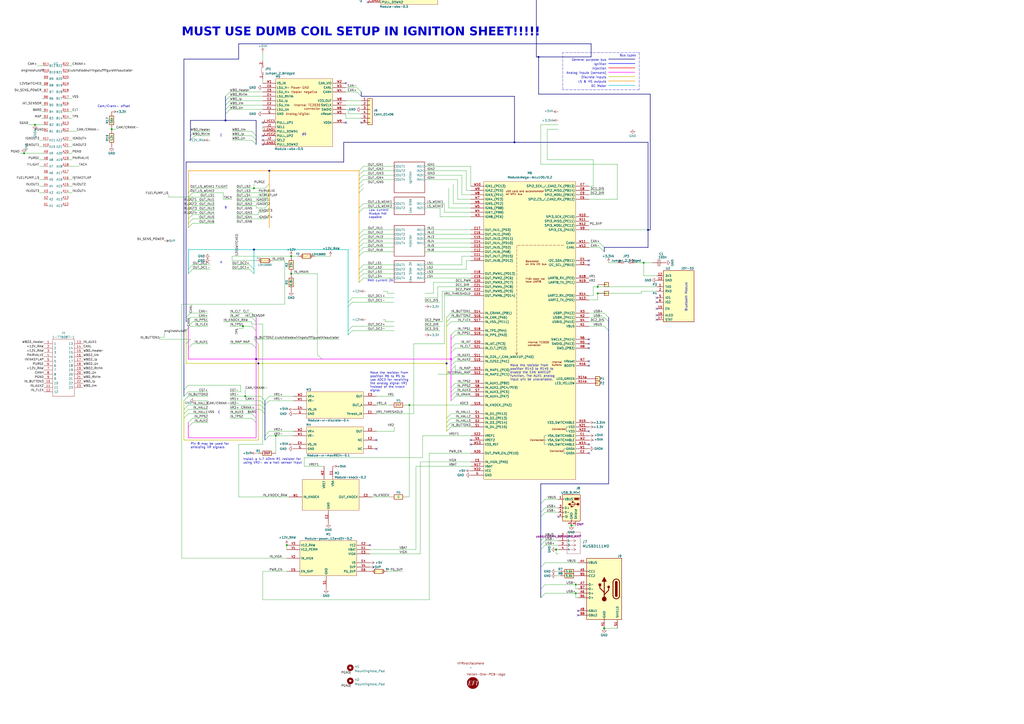
<source format=kicad_sch>
(kicad_sch (version 20231120) (generator "eeschema") (generator_version "8.0")
  (paper "A2")
  (junction (at 147.32 144.78))
  (junction (at 142.24 229.87))
  (junction (at 140.97 189.23))
  (junction (at 166.37 316.23))
  (junction (at 261.62 208.28) (color 255 0 255 1))
  (junction (at 147.32 109.22))
  (junction (at 168.91 158.75))
  (junction (at 350.52 364.49) (diameter 1.016))
  (junction (at 331.47 304.8) (diameter 1.016))
  (junction (at 259.08 210.82))
  (junction (at 375.92 133.35))
  (junction (at 373.38 152.4))
  (junction (at 346.71 170.18))
  (junction (at 191.77 -12.7))
  (junction (at 322.58 318.77) (diameter 1.016))
  (junction (at 334.01 344.17))
  (junction (at 20.32 72.39))
  (junction (at 312.42 33.02))
  (junction (at 346.71 166.37))
  (junction (at 156.21 99.06))
  (junction (at 149.86 210.82))
  (junction (at 160.02 252.73))
  (junction (at 148.59 208.28))
  (junction (at 168.91 148.59))
  (junction (at 64.77 74.93))
  (junction (at 13.97 88.9))
  (junction (at 270.51 -27.94))
  (junction (at 334.01 339.09))
  (junction (at 237.49 234.95))
  (junction (at 130.81 69.85))
  (junction (at 298.45 82.55))
  (no_connect (at 200.66 71.12))
  (no_connect (at 341.63 199.39))
  (no_connect (at 261.62 -34.29))
  (no_connect (at 152.4 71.12))
  (no_connect (at 341.63 250.19))
  (no_connect (at 381 182.88))
  (no_connect (at 273.05 257.81))
  (no_connect (at 335.28 356.87))
  (no_connect (at 218.44 260.35))
  (no_connect (at 200.66 48.26))
  (no_connect (at 341.63 196.85))
  (no_connect (at 341.63 201.93))
  (no_connect (at 341.63 209.55))
  (no_connect (at 152.4 81.28))
  (no_connect (at 218.44 255.27))
  (no_connect (at 213.36 -11.43))
  (no_connect (at 209.55 71.12))
  (no_connect (at 214.63 316.23))
  (no_connect (at 270.51 -11.43))
  (no_connect (at 261.62 -11.43))
  (no_connect (at 323.85 299.72))
  (no_connect (at 213.36 -3.81))
  (no_connect (at 381 172.72))
  (no_connect (at 341.63 153.67))
  (no_connect (at 341.63 212.09))
  (no_connect (at 152.4 78.74))
  (no_connect (at 381 179.07))
  (no_connect (at 341.63 257.81))
  (no_connect (at 381 185.42))
  (no_connect (at 152.4 83.82))
  (no_connect (at 213.36 1.27))
  (no_connect (at 341.63 151.13))
  (no_connect (at 381 175.26))
  (no_connect (at 213.36 -1.27))
  (no_connect (at 335.28 354.33))
  (no_connect (at 341.63 262.89))
  (no_connect (at 273.05 255.27))
  (bus_entry (at 264.16 227.33) (size -2.54 2.54))
  (bus_entry (at 133.35 60.96) (size -2.54 2.54))
  (bus_entry (at 207.01 -6.35) (size 2.54 2.54))
  (bus_entry (at 261.62 240.03) (size -2.54 2.54))
  (bus_entry (at 350.52 184.15) (size 2.54 2.54) (stroke (width 0.1524)))
  (bus_entry (at 210.82 96.52) (size -2.54 2.54))
  (bus_entry (at 210.82 143.51) (size -2.54 2.54))
  (bus_entry (at 156.21 118.11) (size -2.54 2.54))
  (bus_entry (at 109.22 229.87) (size -2.54 2.54))
  (bus_entry (at 111.76 199.39) (size -2.54 2.54))
  (bus_entry (at 261.62 245.11) (size -2.54 2.54))
  (bus_entry (at 110.49 196.85) (size -2.54 2.54))
  (bus_entry (at 261.62 247.65) (size -2.54 2.54))
  (bus_entry (at 210.82 118.11) (size -2.54 2.54))
  (bus_entry (at 316.23 339.09) (size -2.54 2.54) (stroke (width 0.1524)))
  (bus_entry (at 210.82 153.67) (size -2.54 2.54))
  (bus_entry (at 156.21 124.46) (size -2.54 2.54))
  (bus_entry (at 156.21 106.68) (size -2.54 2.54))
  (bus_entry (at 264.16 224.79) (size -2.54 2.54))
  (bus_entry (at 347.98 140.97) (size 2.54 2.54))
  (bus_entry (at 144.78 153.67) (size 2.54 2.54))
  (bus_entry (at 113.03 76.2) (size -2.54 2.54))
  (bus_entry (at 194.31 -21.59) (size -2.54 2.54))
  (bus_entry (at 111.76 127) (size -2.54 2.54))
  (bus_entry (at 111.76 116.84) (size -2.54 2.54))
  (bus_entry (at 146.05 189.23) (size 2.54 2.54))
  (bus_entry (at 264.16 222.25) (size -2.54 2.54))
  (bus_entry (at 151.13 237.49) (size 2.54 2.54))
  (bus_entry (at 316.23 344.17) (size -2.54 2.54) (stroke (width 0.1524)))
  (bus_entry (at 110.49 184.15) (size -2.54 2.54))
  (bus_entry (at 146.05 76.2) (size 2.54 2.54))
  (bus_entry (at 146.05 199.39) (size 2.54 2.54))
  (bus_entry (at 264.16 201.93) (size -2.54 2.54))
  (bus_entry (at 146.05 181.61) (size 2.54 2.54))
  (bus_entry (at 111.76 111.76) (size -2.54 2.54))
  (bus_entry (at 146.05 81.28) (size 2.54 2.54))
  (bus_entry (at 210.82 146.05) (size -2.54 2.54))
  (bus_entry (at 109.22 234.95) (size -2.54 2.54))
  (bus_entry (at 109.22 227.33) (size -2.54 2.54))
  (bus_entry (at 207.01 53.34) (size 2.54 2.54))
  (bus_entry (at 156.21 110.49) (size -2.54 2.54))
  (bus_entry (at 111.76 109.22) (size -2.54 2.54))
  (bus_entry (at 210.82 156.21) (size -2.54 2.54))
  (bus_entry (at 316.23 311.15) (size -2.54 2.54))
  (bus_entry (at 267.97 -31.75) (size 2.54 2.54))
  (bus_entry (at 110.49 189.23) (size -2.54 2.54))
  (bus_entry (at 194.31 -24.13) (size -2.54 2.54))
  (bus_entry (at 204.47 175.26) (size -2.54 2.54))
  (bus_entry (at 316.23 297.18) (size -2.54 2.54))
  (bus_entry (at 111.76 153.67) (size -2.54 2.54))
  (bus_entry (at 261.62 181.61) (size -2.54 2.54))
  (bus_entry (at 207.01 50.8) (size 2.54 2.54))
  (bus_entry (at 316.23 316.23) (size -2.54 2.54))
  (bus_entry (at 184.15 205.74) (size 2.54 2.54))
  (bus_entry (at 210.82 99.06) (size -2.54 2.54))
  (bus_entry (at 111.76 129.54) (size -2.54 2.54))
  (bus_entry (at 156.21 113.03) (size -2.54 2.54))
  (bus_entry (at 267.97 -29.21) (size 2.54 2.54))
  (bus_entry (at 111.76 124.46) (size -2.54 2.54))
  (bus_entry (at 264.16 207.01) (size -2.54 2.54))
  (bus_entry (at 350.52 181.61) (size 2.54 2.54) (stroke (width 0.1524)))
  (bus_entry (at 194.31 -29.21) (size -2.54 2.54))
  (bus_entry (at 194.31 -26.67) (size -2.54 2.54))
  (bus_entry (at 204.47 172.72) (size -2.54 2.54))
  (bus_entry (at 204.47 191.77) (size -2.54 2.54))
  (bus_entry (at 156.21 252.73) (size -2.54 2.54))
  (bus_entry (at 133.35 63.5) (size -2.54 2.54))
  (bus_entry (at 264.16 212.09) (size -2.54 2.54))
  (bus_entry (at 111.76 121.92) (size -2.54 2.54))
  (bus_entry (at 146.05 240.03) (size 2.54 2.54))
  (bus_entry (at 147.32 196.85) (size 2.54 2.54))
  (bus_entry (at 261.62 184.15) (size -2.54 2.54))
  (bus_entry (at 111.76 186.69) (size -2.54 2.54))
  (bus_entry (at 350.52 189.23) (size 2.54 2.54) (stroke (width 0.1524)))
  (bus_entry (at 146.05 242.57) (size 2.54 2.54))
  (bus_entry (at 156.21 250.19) (size -2.54 2.54))
  (bus_entry (at 261.62 186.69) (size -2.54 2.54))
  (bus_entry (at 264.16 194.31) (size -2.54 2.54))
  (bus_entry (at 210.82 104.14) (size -2.54 2.54))
  (bus_entry (at 316.23 289.56) (size -2.54 2.54))
  (bus_entry (at 210.82 158.75) (size -2.54 2.54))
  (bus_entry (at 151.13 232.41) (size 2.54 2.54))
  (bus_entry (at 111.76 242.57) (size -2.54 2.54))
  (bus_entry (at 210.82 140.97) (size -2.54 2.54))
  (bus_entry (at 144.78 156.21) (size 2.54 2.54))
  (bus_entry (at 210.82 138.43) (size -2.54 2.54))
  (bus_entry (at 210.82 109.22) (size -2.54 2.54))
  (bus_entry (at 264.16 229.87) (size -2.54 2.54))
  (bus_entry (at 173.99 -6.35) (size -2.54 2.54))
  (bus_entry (at 210.82 101.6) (size -2.54 2.54))
  (bus_entry (at 264.16 209.55) (size -2.54 2.54))
  (bus_entry (at 133.35 58.42) (size -2.54 2.54))
  (bus_entry (at 264.16 191.77) (size -2.54 2.54))
  (bus_entry (at 156.21 120.65) (size -2.54 2.54))
  (bus_entry (at 156.21 232.41) (size -2.54 2.54))
  (bus_entry (at 210.82 135.89) (size -2.54 2.54))
  (bus_entry (at 151.13 229.87) (size 2.54 2.54))
  (bus_entry (at 111.76 119.38) (size -2.54 2.54))
  (bus_entry (at 207.01 -3.81) (size 2.54 2.54))
  (bus_entry (at 316.23 326.39) (size -2.54 2.54) (stroke (width 0.1524)))
  (bus_entry (at 113.03 78.74) (size -2.54 2.54))
  (bus_entry (at 207.01 -1.27) (size 2.54 2.54))
  (bus_entry (at 210.82 106.68) (size -2.54 2.54))
  (bus_entry (at 173.99 -3.81) (size -2.54 2.54))
  (bus_entry (at 347.98 143.51) (size 2.54 2.54))
  (bus_entry (at 264.16 199.39) (size -2.54 2.54))
  (bus_entry (at 111.76 156.21) (size -2.54 2.54))
  (bus_entry (at 146.05 78.74) (size 2.54 2.54))
  (bus_entry (at 111.76 245.11) (size -2.54 2.54))
  (bus_entry (at 133.35 53.34) (size -2.54 2.54))
  (bus_entry (at 156.21 115.57) (size -2.54 2.54))
  (bus_entry (at 261.62 242.57) (size -2.54 2.54))
  (bus_entry (at 109.22 223.52) (size -2.54 2.54))
  (bus_entry (at 204.47 189.23) (size -2.54 2.54))
  (bus_entry (at 146.05 184.15) (size 2.54 2.54))
  (bus_entry (at 109.22 240.03) (size -2.54 2.54))
  (bus_entry (at 151.13 234.95) (size 2.54 2.54))
  (bus_entry (at 156.21 229.87) (size -2.54 2.54))
  (bus_entry (at 111.76 114.3) (size -2.54 2.54))
  (bus_entry (at 194.31 -19.05) (size -2.54 2.54))
  (bus_entry (at 109.22 237.49) (size -2.54 2.54))
  (bus_entry (at 133.35 55.88) (size -2.54 2.54))
  (bus_entry (at 210.82 120.65) (size -2.54 2.54))
  (bus_entry (at 210.82 133.35) (size -2.54 2.54))
  (bus_entry (at 110.49 181.61) (size -2.54 2.54))
  (bus_entry (at 316.23 313.69) (size -2.54 2.54))
  (bus_entry (at 316.23 294.64) (size -2.54 2.54))
  (bus_entry (at 210.82 161.29) (size -2.54 2.54))
  (wire (pts (xy 316.23 326.39) (xy 335.28 326.39)))
  (wire (pts (xy 120.65 186.69) (xy 111.76 186.69)))
  (wire (pts (xy 256.54 168.91) (xy 273.05 168.91)))
  (wire (pts (xy 223.52 186.69) (xy 228.6 186.69)))
  (bus (pts (xy 368.3 46.99) (xy 353.06 46.99)) (stroke (width 0.3048) (color 255 153 0 1)))
  (wire (pts (xy 134.62 76.2) (xy 146.05 76.2)))
  (wire (pts (xy 44.45 76.2) (xy 39.37 76.2)))
  (wire (pts (xy 129.54 186.69) (xy 146.05 186.69)))
  (wire (pts (xy 182.88 148.59) (xy 191.77 148.59)))
  (wire (pts (xy 261.62 -19.05) (xy 262.89 -19.05)))
  (bus (pts (xy 313.69 280.67) (xy 313.69 292.1)))
  (wire (pts (xy 200.66 66.04) (xy 200.66 68.58)))
  (wire (pts (xy 195.58 -3.81) (xy 207.01 -3.81)))
  (bus (pts (xy 313.69 316.23) (xy 313.69 318.77)))
  (bus (pts (xy 109.22 156.21) (xy 109.22 144.78)) (stroke (width 0) (color 0 194 194 1)))
  (wire (pts (xy 322.58 318.77) (xy 323.85 318.77)))
  (wire (pts (xy 214.63 318.77) (xy 241.3 318.77)))
  (wire (pts (xy 322.58 331.47) (xy 325.12 331.47)))
  (bus (pts (xy 313.69 280.67) (xy 353.06 280.67)))
  (wire (pts (xy 267.97 113.03) (xy 273.05 113.03)))
  (bus (pts (xy 259.08 242.57) (xy 259.08 245.11)) (stroke (width 0) (color 194 194 0 1)))
  (bus (pts (xy 313.69 328.93) (xy 313.69 341.63)))
  (wire (pts (xy 255.27 120.65) (xy 246.38 120.65)))
  (wire (pts (xy 129.54 115.57) (xy 134.62 115.57)))
  (wire (pts (xy 137.16 111.76) (xy 153.67 111.76)))
  (wire (pts (xy 246.38 158.75) (xy 273.05 158.75)))
  (bus (pts (xy 106.68 34.29) (xy 106.68 226.06)))
  (bus (pts (xy 368.3 44.45) (xy 353.06 44.45)) (stroke (width 0.3048) (color 194 194 0 1)))
  (wire (pts (xy 120.65 229.87) (xy 109.22 229.87)))
  (bus (pts (xy 208.28 135.89) (xy 208.28 138.43)) (stroke (width 0) (color 255 153 0 1)))
  (wire (pts (xy 24.13 64.77) (xy 25.4 64.77)))
  (wire (pts (xy 105.41 176.53) (xy 165.1 176.53)))
  (bus (pts (xy 375.92 133.35) (xy 375.92 82.55)))
  (wire (pts (xy 153.67 120.65) (xy 148.59 120.65)))
  (wire (pts (xy 256.54 186.69) (xy 256.54 168.91)))
  (wire (pts (xy 193.04 -34.29) (xy 199.39 -34.29)))
  (bus (pts (xy 350.52 143.51) (xy 375.92 143.51)))
  (wire (pts (xy 344.17 107.95) (xy 344.17 92.71)))
  (wire (pts (xy 273.05 125.73) (xy 255.27 125.73)))
  (wire (pts (xy 111.76 114.3) (xy 124.46 114.3)))
  (wire (pts (xy 261.62 247.65) (xy 273.05 247.65)))
  (bus (pts (xy 208.28 104.14) (xy 208.28 106.68)) (stroke (width 0) (color 255 153 0 1)))
  (wire (pts (xy 267.97 101.6) (xy 267.97 113.03)))
  (bus (pts (xy 156.21 113.03) (xy 156.21 115.57)) (stroke (width 0) (color 255 153 0 1)))
  (wire (pts (xy 152.4 347.98) (xy 248.92 347.98)))
  (wire (pts (xy 246.38 96.52) (xy 273.05 96.52)))
  (wire (pts (xy 264.16 214.63) (xy 264.16 212.09)))
  (wire (pts (xy 41.91 57.15) (xy 39.37 57.15)))
  (wire (pts (xy 341.63 173.99) (xy 346.71 173.99)))
  (bus (pts (xy 208.28 143.51) (xy 208.28 146.05)) (stroke (width 0) (color 255 153 0 1)))
  (polyline (pts (xy 370.84 30.48) (xy 326.39 30.48)) (stroke (width 0) (type dash)))
  (bus (pts (xy 153.67 234.95) (xy 153.67 237.49)))
  (wire (pts (xy 334.01 344.17) (xy 316.23 344.17)))
  (wire (pts (xy 210.82 120.65) (xy 228.6 120.65)))
  (wire (pts (xy 120.65 245.11) (xy 111.76 245.11)))
  (bus (pts (xy 377.19 54.61) (xy 377.19 133.35)))
  (wire (pts (xy 200.66 58.42) (xy 209.55 58.42)))
  (bus (pts (xy 109.22 189.23) (xy 109.22 201.93)) (stroke (width 0) (color 255 0 255 1)))
  (bus (pts (xy 156.21 118.11) (xy 156.21 120.65)) (stroke (width 0) (color 255 153 0 1)))
  (bus (pts (xy 130.81 66.04) (xy 130.81 69.85)))
  (wire (pts (xy 218.44 240.03) (xy 240.03 240.03)))
  (wire (pts (xy 368.3 152.4) (xy 373.38 152.4)))
  (wire (pts (xy 223.52 185.42) (xy 223.52 186.69)))
  (wire (pts (xy 264.16 207.01) (xy 273.05 207.01)))
  (wire (pts (xy 24.13 68.58) (xy 25.4 68.58)))
  (wire (pts (xy 210.82 99.06) (xy 228.6 99.06)))
  (bus (pts (xy 208.28 106.68) (xy 208.28 109.22)) (stroke (width 0) (color 255 153 0 1)))
  (bus (pts (xy 191.77 -21.59) (xy 191.77 -19.05)))
  (wire (pts (xy 160.02 252.73) (xy 170.18 252.73)))
  (wire (pts (xy 195.58 -1.27) (xy 207.01 -1.27)))
  (wire (pts (xy 152.4 187.96) (xy 152.4 257.81)))
  (wire (pts (xy 372.11 168.91) (xy 372.11 170.18)))
  (wire (pts (xy 372.11 168.91) (xy 381 168.91)))
  (polyline (pts (xy 370.84 52.07) (xy 326.39 52.07)) (stroke (width 0) (type dash)))
  (wire (pts (xy 246.38 140.97) (xy 273.05 140.97)))
  (bus (pts (xy 199.39 82.55) (xy 199.39 93.98)))
  (wire (pts (xy 140.97 190.5) (xy 140.97 189.23)))
  (wire (pts (xy 120.65 181.61) (xy 110.49 181.61)))
  (bus (pts (xy 259.08 189.23) (xy 259.08 210.82)) (stroke (width 0) (color 194 194 0 1)))
  (wire (pts (xy 138.43 190.5) (xy 140.97 190.5)))
  (bus (pts (xy 109.22 144.78) (xy 147.32 144.78)) (stroke (width 0) (color 0 194 194 1)))
  (wire (pts (xy 109.22 114.3) (xy 111.76 114.3)))
  (wire (pts (xy 210.82 135.89) (xy 228.6 135.89)))
  (wire (pts (xy 24.13 60.96) (xy 25.4 60.96)))
  (wire (pts (xy 251.46 170.18) (xy 251.46 163.83)))
  (bus (pts (xy 156.21 124.46) (xy 156.21 132.08)) (stroke (width 0) (color 255 153 0 1)))
  (wire (pts (xy 251.46 163.83) (xy 273.05 163.83)))
  (wire (pts (xy 182.88 -6.35) (xy 173.99 -6.35)))
  (bus (pts (xy 208.28 99.06) (xy 156.21 99.06)) (stroke (width 0) (color 255 153 0 1)))
  (bus (pts (xy 148.59 242.57) (xy 148.59 245.11)) (stroke (width 0) (color 255 0 255 1)))
  (wire (pts (xy 160.02 252.73) (xy 160.02 262.89)))
  (wire (pts (xy 204.47 191.77) (xy 228.6 191.77)))
  (wire (pts (xy 270.51 156.21) (xy 270.51 151.13)))
  (wire (pts (xy 20.32 72.39) (xy 25.4 72.39)))
  (bus (pts (xy 209.55 -1.27) (xy 209.55 1.27)))
  (wire (pts (xy 246.38 143.51) (xy 273.05 143.51)))
  (wire (pts (xy 149.86 123.19) (xy 153.67 123.19)))
  (wire (pts (xy 341.63 189.23) (xy 350.52 189.23)))
  (wire (pts (xy 240.03 199.39) (xy 257.81 199.39)))
  (wire (pts (xy 347.98 140.97) (xy 341.63 140.97)))
  (wire (pts (xy 22.86 85.09) (xy 25.4 85.09)))
  (bus (pts (xy 313.69 292.1) (xy 313.69 297.18)))
  (wire (pts (xy 226.06 288.29) (xy 215.9 288.29)))
  (wire (pts (xy 246.38 170.18) (xy 251.46 170.18)))
  (wire (pts (xy 241.3 270.51) (xy 273.05 270.51)))
  (wire (pts (xy 264.16 227.33) (xy 273.05 227.33)))
  (wire (pts (xy 323.85 311.15) (xy 316.23 311.15)))
  (bus (pts (xy 109.22 111.76) (xy 109.22 114.3)) (stroke (width 0) (color 255 153 0 1)))
  (wire (pts (xy 344.17 92.71) (xy 317.5 92.71)))
  (bus (pts (xy 191.77 -26.67) (xy 191.77 -24.13)))
  (bus (pts (xy 109.22 201.93) (xy 109.22 208.28)) (stroke (width 0) (color 255 0 255 1)))
  (wire (pts (xy 240.03 240.03) (xy 240.03 199.39)))
  (wire (pts (xy 147.32 106.68) (xy 147.32 109.22)))
  (wire (pts (xy 265.43 104.14) (xy 265.43 115.57)))
  (wire (pts (xy 218.44 234.95) (xy 226.06 234.95)))
  (bus (pts (xy 298.45 55.88) (xy 298.45 82.55)))
  (wire (pts (xy 246.38 153.67) (xy 267.97 153.67)))
  (bus (pts (xy 109.22 124.46) (xy 109.22 127)) (stroke (width 0) (color 255 153 0 1)))
  (bus (pts (xy 148.59 186.69) (xy 148.59 191.77)) (stroke (width 0) (color 255 0 255 1)))
  (wire (pts (xy 262.89 -16.51) (xy 270.51 -16.51)))
  (wire (pts (xy 134.62 151.13) (xy 148.59 151.13)))
  (bus (pts (xy 138.43 25.4) (xy 342.9 25.4)))
  (wire (pts (xy 16.51 72.39) (xy 20.32 72.39)))
  (bus (pts (xy 311.15 -27.94) (xy 311.15 33.02)))
  (wire (pts (xy 195.58 -6.35) (xy 207.01 -6.35)))
  (wire (pts (xy 133.35 237.49) (xy 151.13 237.49)))
  (wire (pts (xy 152.4 35.56) (xy 152.4 30.48)))
  (wire (pts (xy 262.89 118.11) (xy 273.05 118.11)))
  (wire (pts (xy 140.97 189.23) (xy 146.05 189.23)))
  (wire (pts (xy 133.35 229.87) (xy 142.24 229.87)))
  (wire (pts (xy 358.14 95.25) (xy 313.69 95.25)))
  (wire (pts (xy 246.38 189.23) (xy 255.27 189.23)))
  (wire (pts (xy 129.54 111.76) (xy 129.54 115.57)))
  (wire (pts (xy 346.71 166.37) (xy 381 166.37)))
  (bus (pts (xy 208.28 120.65) (xy 208.28 123.19)) (stroke (width 0) (color 255 153 0 1)))
  (wire (pts (xy 21.59 38.1) (xy 25.4 38.1)))
  (wire (pts (xy 254 166.37) (xy 273.05 166.37)))
  (wire (pts (xy 353.06 152.4) (xy 358.14 152.4)))
  (bus (pts (xy 208.28 146.05) (xy 208.28 148.59)) (stroke (width 0) (color 255 153 0 1)))
  (wire (pts (xy 261.62 181.61) (xy 273.05 181.61)))
  (wire (pts (xy 110.49 189.23) (xy 120.65 189.23)))
  (wire (pts (xy 261.62 -21.59) (xy 270.51 -21.59)))
  (wire (pts (xy 133.35 55.88) (xy 152.4 55.88)))
  (wire (pts (xy 254 217.17) (xy 273.05 217.17)))
  (wire (pts (xy 346.71 165.1) (xy 346.71 166.37)))
  (bus (pts (xy 148.59 69.85) (xy 130.81 69.85)))
  (wire (pts (xy 200.66 63.5) (xy 201.93 63.5)))
  (bus (pts (xy 209.55 -12.7) (xy 209.55 -3.81)))
  (wire (pts (xy 344.17 171.45) (xy 341.63 171.45)))
  (wire (pts (xy 237.49 234.95) (xy 273.05 234.95)))
  (wire (pts (xy 133.35 181.61) (xy 146.05 181.61)))
  (bus (pts (xy 156.21 106.68) (xy 156.21 110.49)) (stroke (width 0) (color 255 153 0 1)))
  (bus (pts (xy 130.81 58.42) (xy 130.81 60.96)))
  (wire (pts (xy 120.65 199.39) (xy 111.76 199.39)))
  (wire (pts (xy 194.31 -19.05) (xy 213.36 -19.05)))
  (wire (pts (xy 341.63 115.57) (xy 358.14 115.57)))
  (bus (pts (xy 186.69 208.28) (xy 261.62 208.28)) (stroke (width 0) (color 255 0 255 1)))
  (wire (pts (xy 323.85 316.23) (xy 316.23 316.23)))
  (bus (pts (xy 208.28 123.19) (xy 208.28 135.89)) (stroke (width 0) (color 255 153 0 1)))
  (wire (pts (xy 267.97 153.67) (xy 267.97 148.59)))
  (wire (pts (xy 341.63 110.49) (xy 350.52 110.49)))
  (wire (pts (xy 257.81 118.11) (xy 257.81 123.19)))
  (bus (pts (xy 191.77 -12.7) (xy 171.45 -12.7)))
  (bus (pts (xy 375.92 133.35) (xy 377.19 133.35)))
  (wire (pts (xy 260.35 109.22) (xy 260.35 120.65)))
  (wire (pts (xy 137.16 114.3) (xy 153.67 114.3)))
  (bus (pts (xy 191.77 -24.13) (xy 191.77 -21.59)))
  (wire (pts (xy 246.38 138.43) (xy 273.05 138.43)))
  (wire (pts (xy 224.79 331.47) (xy 233.68 331.47)))
  (bus (pts (xy 171.45 -3.81) (xy 171.45 -1.27)))
  (wire (pts (xy 153.67 111.76) (xy 153.67 113.03)))
  (wire (pts (xy 246.38 172.72) (xy 254 172.72)))
  (wire (pts (xy 39.37 81.28) (xy 41.91 81.28)))
  (wire (pts (xy 168.91 158.75) (xy 184.15 158.75)))
  (wire (pts (xy 210.82 143.51) (xy 228.6 143.51)))
  (wire (pts (xy 210.82 101.6) (xy 228.6 101.6)))
  (wire (pts (xy 267.97 -31.75) (xy 261.62 -31.75)))
  (bus (pts (xy 353.06 184.15) (xy 353.06 186.69)))
  (bus (pts (xy 199.39 93.98) (xy 107.95 93.98)))
  (bus (pts (xy 191.77 -19.05) (xy 191.77 -16.51)))
  (bus (pts (xy 261.62 224.79) (xy 261.62 227.33)) (stroke (width 0) (color 255 0 255 1)))
  (wire (pts (xy 120.65 242.57) (xy 111.76 242.57)))
  (wire (pts (xy 133.35 184.15) (xy 146.05 184.15)))
  (wire (pts (xy 246.38 146.05) (xy 273.05 146.05)))
  (wire (pts (xy 133.35 58.42) (xy 152.4 58.42)))
  (wire (pts (xy 137.16 119.38) (xy 148.59 119.38)))
  (wire (pts (xy 257.81 123.19) (xy 273.05 123.19)))
  (wire (pts (xy 262.89 -19.05) (xy 262.89 -16.51)))
  (bus (pts (xy 209.55 55.88) (xy 298.45 55.88)))
  (bus (pts (xy 109.22 114.3) (xy 109.22 116.84)) (stroke (width 0) (color 255 153 0 1)))
  (bus (pts (xy 148.59 81.28) (xy 148.59 83.82)))
  (wire (pts (xy 153.67 114.3) (xy 153.67 115.57)))
  (wire (pts (xy 111.76 109.22) (xy 132.08 109.22)))
  (wire (pts (xy 267.97 -29.21) (xy 261.62 -29.21)))
  (bus (pts (xy 259.08 247.65) (xy 259.08 250.19)) (stroke (width 0) (color 194 194 0 1)))
  (wire (pts (xy 92.71 195.58) (xy 92.71 196.85)))
  (wire (pts (xy 142.24 226.06) (xy 142.24 229.87)))
  (wire (pts (xy 207.01 53.34) (xy 200.66 53.34)))
  (wire (pts (xy 194.31 -26.67) (xy 213.36 -26.67)))
  (bus (pts (xy 298.45 82.55) (xy 199.39 82.55)))
  (wire (pts (xy 134.62 156.21) (xy 144.78 156.21)))
  (bus (pts (xy 342.9 33.02) (xy 312.42 33.02)))
  (wire (pts (xy 22.86 107.95) (xy 25.4 107.95)))
  (bus (pts (xy 208.28 148.59) (xy 208.28 156.21)) (stroke (width 0) (color 255 153 0 1)))
  (wire (pts (xy 142.24 229.87) (xy 151.13 229.87)))
  (wire (pts (xy 218.44 229.87) (xy 228.6 229.87)))
  (wire (pts (xy 341.63 113.03) (xy 350.52 113.03)))
  (bus (pts (xy 110.49 69.85) (xy 110.49 78.74)))
  (wire (pts (xy 41.91 38.1) (xy 39.37 38.1)))
  (wire (pts (xy 248.92 262.89) (xy 273.05 262.89)))
  (wire (pts (xy 243.84 321.31) (xy 243.84 267.97)))
  (wire (pts (xy 210.82 104.14) (xy 228.6 104.14)))
  (wire (pts (xy 147.32 109.22) (xy 153.67 109.22)))
  (bus (pts (xy 312.42 54.61) (xy 377.19 54.61)))
  (wire (pts (xy 224.79 168.91) (xy 224.79 170.18)))
  (wire (pts (xy 138.43 288.29) (xy 138.43 257.81)))
  (wire (pts (xy 22.86 92.71) (xy 25.4 92.71)))
  (bus (pts (xy 261.62 209.55) (xy 261.62 212.09)) (stroke (width 0) (color 255 0 255 1)))
  (wire (pts (xy 137.16 116.84) (xy 153.67 116.84)))
  (wire (pts (xy 346.71 170.18) (xy 346.71 173.99)))
  (wire (pts (xy 152.4 347.98) (xy 152.4 331.47)))
  (wire (pts (xy 347.98 143.51) (xy 341.63 143.51)))
  (bus (pts (xy 109.22 121.92) (xy 109.22 124.46)) (stroke (width 0) (color 255 153 0 1)))
  (wire (pts (xy 210.82 133.35) (xy 228.6 133.35)))
  (wire (pts (xy 335.28 341.63) (xy 334.01 341.63)))
  (wire (pts (xy 39.37 104.14) (xy 41.91 104.14)))
  (wire (pts (xy 246.38 101.6) (xy 267.97 101.6)))
  (wire (pts (xy 153.67 116.84) (xy 153.67 118.11)))
  (wire (pts (xy 317.5 74.93) (xy 323.85 74.93)))
  (wire (pts (xy 137.16 124.46) (xy 149.86 124.46)))
  (polyline (pts (xy 370.84 30.48) (xy 370.84 52.07)) (stroke (width 0) (type dash)))
  (wire (pts (xy 133.35 60.96) (xy 152.4 60.96)))
  (bus (pts (xy 201.93 191.77) (xy 201.93 194.31)) (stroke (width 0) (color 0 194 194 1)))
  (bus (pts (xy 149.86 199.39) (xy 149.86 210.82)) (stroke (width 0) (color 194 194 0 1)))
  (wire (pts (xy 209.55 -34.29) (xy 213.36 -34.29)))
  (bus (pts (xy 208.28 101.6) (xy 208.28 104.14)) (stroke (width 0) (color 255 153 0 1)))
  (wire (pts (xy 341.63 107.95) (xy 344.17 107.95)))
  (wire (pts (xy 236.22 288.29) (xy 237.49 288.29)))
  (wire (pts (xy 24.13 49.53) (xy 25.4 49.53)))
  (bus (pts (xy 156.21 115.57) (xy 156.21 118.11)) (stroke (width 0) (color 255 153 0 1)))
  (wire (pts (xy 156.21 232.41) (xy 170.18 232.41)))
  (bus (pts (xy 148.59 184.15) (xy 148.59 186.69)) (stroke (width 0) (color 255 0 255 1)))
  (bus (pts (xy 109.22 99.06) (xy 109.22 111.76)) (stroke (width 0) (color 255 153 0 1)))
  (wire (pts (xy 200.66 60.96) (xy 209.55 60.96)))
  (bus (pts (xy 313.69 297.18) (xy 313.69 299.72)))
  (wire (pts (xy 261.62 240.03) (xy 273.05 240.03)))
  (wire (pts (xy 246.38 156.21) (xy 270.51 156.21)))
  (bus (pts (xy 368.3 34.29) (xy 353.06 34.29)))
  (wire (pts (xy 196.85 196.85) (xy 147.32 196.85)))
  (bus (pts (xy 208.28 156.21) (xy 208.28 158.75)) (stroke (width 0) (color 255 153 0 1)))
  (bus (pts (xy 201.93 175.26) (xy 201.93 177.8)) (stroke (width 0) (color 0 194 194 1)))
  (bus (pts (xy 149.86 255.27) (xy 106.68 255.27)) (stroke (width 0) (color 194 194 0 1)))
  (wire (pts (xy 245.11 265.43) (xy 176.53 265.43)))
  (wire (pts (xy 137.16 127) (xy 153.67 127)))
  (wire (pts (xy 138.43 288.29) (xy 167.64 288.29)))
  (wire (pts (xy 210.82 138.43) (xy 228.6 138.43)))
  (bus (pts (xy 153.67 255.27) (xy 153.67 252.73)))
  (wire (pts (xy 111.76 111.76) (xy 129.54 111.76)))
  (wire (pts (xy 261.62 242.57) (xy 273.05 242.57)))
  (wire (pts (xy 257.81 171.45) (xy 273.05 171.45)))
  (bus (pts (xy 261.62 229.87) (xy 261.62 232.41)) (stroke (width 0) (color 255 0 255 1)))
  (wire (pts (xy 323.85 313.69) (xy 316.23 313.69)))
  (bus (pts (xy 109.22 127) (xy 109.22 129.54)) (stroke (width 0) (color 255 153 0 1)))
  (wire (pts (xy 39.37 92.71) (xy 41.91 92.71)))
  (wire (pts (xy 156.21 252.73) (xy 160.02 252.73)))
  (wire (pts (xy 322.58 334.01) (xy 325.12 334.01)))
  (bus (pts (xy 130.81 55.88) (xy 130.81 58.42)))
  (wire (pts (xy 265.43 115.57) (xy 273.05 115.57)))
  (wire (pts (xy 246.38 99.06) (xy 270.51 99.06)))
  (wire (pts (xy 260.35 120.65) (xy 273.05 120.65)))
  (wire (pts (xy 176.53 270.51) (xy 187.96 270.51)))
  (wire (pts (xy 41.91 64.77) (xy 39.37 64.77)))
  (wire (pts (xy 124.46 116.84) (xy 111.76 116.84)))
  (bus (pts (xy 208.28 161.29) (xy 208.28 163.83)) (stroke (width 0) (color 255 153 0 1)))
  (wire (pts (xy 134.62 148.59) (xy 134.62 151.13)))
  (bus (pts (xy 342.9 25.4) (xy 342.9 33.02)))
  (bus (pts (xy 147.32 144.78) (xy 201.93 144.78)) (stroke (width 0) (color 0 194 194 1)))
  (wire (pts (xy 204.47 189.23) (xy 228.6 189.23)))
  (wire (pts (xy 214.63 321.31) (xy 243.84 321.31)))
  (bus (pts (xy 153.67 232.41) (xy 153.67 234.95)))
  (wire (pts (xy 210.82 146.05) (xy 228.6 146.05)))
  (wire (pts (xy 373.38 152.4) (xy 373.38 160.02)))
  (wire (pts (xy 22.86 104.14) (xy 25.4 104.14)))
  (wire (pts (xy 105.41 323.85) (xy 105.41 176.53)))
  (wire (pts (xy 241.3 318.77) (xy 241.3 270.51)))
  (wire (pts (xy 152.4 45.72) (xy 152.4 48.26)))
  (wire (pts (xy 322.58 321.31) (xy 322.58 318.77)))
  (wire (pts (xy 133.35 199.39) (xy 146.05 199.39)))
  (wire (pts (xy 264.16 229.87) (xy 273.05 229.87)))
  (wire (pts (xy 134.62 78.74) (xy 146.05 78.74)))
  (wire (pts (xy 24.13 57.15) (xy 25.4 57.15)))
  (wire (pts (xy 133.35 63.5) (xy 152.4 63.5)))
  (bus (pts (xy 261.62 204.47) (xy 261.62 208.28)) (stroke (width 0) (color 255 0 255 1)))
  (wire (pts (xy 228.6 247.65) (xy 228.6 250.19)))
  (wire (pts (xy 237.49 234.95) (xy 237.49 288.29)))
  (bus (pts (xy 259.08 186.69) (xy 259.08 189.23)) (stroke (width 0) (color 194 194 0 1)))
  (wire (pts (xy 133.35 53.34) (xy 152.4 53.34)))
  (wire (pts (xy 222.25 168.91) (xy 224.79 168.91)))
  (wire (pts (xy 334.01 339.09) (xy 316.23 339.09)))
  (wire (pts (xy 166.37 316.23) (xy 166.37 318.77)))
  (wire (pts (xy 39.37 88.9) (xy 41.91 88.9)))
  (bus (pts (xy 368.3 49.53) (xy 353.06 49.53)) (stroke (width 0.3048) (color 0 194 194 1)))
  (wire (pts (xy 313.69 95.25) (xy 313.69 72.39)))
  (bus (pts (xy 208.28 99.06) (xy 208.28 101.6)) (stroke (width 0) (color 255 153 0 1)))
  (bus (pts (xy 148.59 69.85) (xy 148.59 78.74)))
  (bus (pts (xy 130.81 60.96) (xy 130.81 63.5)))
  (bus (pts (xy 156.21 120.65) (xy 156.21 124.46)) (stroke (width 0) (color 255 153 0 1)))
  (wire (pts (xy 246.38 104.14) (xy 265.43 104.14)))
  (wire (pts (xy 39.37 111.76) (xy 41.91 111.76)))
  (wire (pts (xy 248.92 347.98) (xy 248.92 262.89)))
  (wire (pts (xy 22.86 96.52) (xy 25.4 96.52)))
  (bus (pts (xy 109.22 158.75) (xy 109.22 156.21)) (stroke (width 0) (color 0 194 194 1)))
  (wire (pts (xy 358.14 364.49) (xy 350.52 364.49)))
  (wire (pts (xy 344.17 166.37) (xy 346.71 166.37)))
  (wire (pts (xy 97.79 113.03) (xy 97.79 114.3)))
  (wire (pts (xy 264.16 191.77) (xy 273.05 191.77)))
  (bus (pts (xy 107.95 184.15) (xy 107.95 186.69)))
  (bus (pts (xy 191.77 -16.51) (xy 191.77 -12.7)))
  (wire (pts (xy 257.81 199.39) (xy 257.81 171.45)))
  (wire (pts (xy 313.69 72.39) (xy 323.85 72.39)))
  (bus (pts (xy 270.51 -29.21) (xy 270.51 -27.94)))
  (wire (pts (xy 264.16 194.31) (xy 273.05 194.31)))
  (bus (pts (xy 148.59 208.28) (xy 148.59 242.57)) (stroke (width 0) (color 255 0 255 1)))
  (bus (pts (xy 368.3 39.37) (xy 353.06 39.37)) (stroke (width 0.3048) (color 255 0 0 1)))
  (wire (pts (xy 121.92 156.21) (xy 111.76 156.21)))
  (wire (pts (xy 344.17 166.37) (xy 344.17 171.45)))
  (wire (pts (xy 341.63 184.15) (xy 350.52 184.15)))
  (polyline (pts (xy 326.39 52.07) (xy 326.39 30.48)) (stroke (width 0) (type dash)))
  (wire (pts (xy 264.16 224.79) (xy 273.05 224.79)))
  (wire (pts (xy 264.16 201.93) (xy 273.05 201.93)))
  (wire (pts (xy 267.97 148.59) (xy 273.05 148.59)))
  (bus (pts (xy 261.62 227.33) (xy 261.62 229.87)) (stroke (width 0) (color 255 0 255 1)))
  (wire (pts (xy 41.91 68.58) (xy 39.37 68.58)))
  (wire (pts (xy 246.38 135.89) (xy 273.05 135.89)))
  (wire (pts (xy 222.25 185.42) (xy 223.52 185.42)))
  (bus (pts (xy 109.22 129.54) (xy 109.22 132.08)) (stroke (width 0) (color 255 153 0 1)))
  (bus (pts (xy 148.59 208.28) (xy 186.69 208.28)) (stroke (width 0) (color 255 0 255 1)))
  (bus (pts (xy 353.06 186.69) (xy 353.06 191.77)))
  (wire (pts (xy 204.47 172.72) (xy 228.6 172.72)))
  (wire (pts (xy 341.63 186.69) (xy 350.52 186.69)))
  (wire (pts (xy 133.35 234.95) (xy 151.13 234.95)))
  (wire (pts (xy 97.79 114.3) (xy 109.22 114.3)))
  (bus (pts (xy 106.68 229.87) (xy 106.68 226.06)))
  (bus (pts (xy 375.92 143.51) (xy 375.92 133.35)))
  (wire (pts (xy 335.28 339.09) (xy 334.01 339.09)))
  (wire (pts (xy 39.37 96.52) (xy 45.72 96.52)))
  (bus (pts (xy 109.22 116.84) (xy 109.22 119.38)) (stroke (width 0) (color 255 153 0 1)))
  (wire (pts (xy 39.37 107.95) (xy 41.91 107.95)))
  (wire (pts (xy 261.62 -16.51) (xy 261.62 -13.97)))
  (wire (pts (xy 39.37 85.09) (xy 41.91 85.09)))
  (wire (pts (xy 194.31 -29.21) (xy 213.36 -29.21)))
  (bus (pts (xy 368.3 41.91) (xy 353.06 41.91)) (stroke (width 0.3048) (color 255 0 255 1)))
  (bus (pts (xy 259.08 245.11) (xy 259.08 247.65)) (stroke (width 0) (color 194 194 0 1)))
  (wire (pts (xy 341.63 181.61) (xy 350.52 181.61)))
  (wire (pts (xy 152.4 331.47) (xy 166.37 331.47)))
  (wire (pts (xy 138.43 257.81) (xy 152.4 257.81)))
  (wire (pts (xy 341.63 133.35) (xy 375.92 133.35)))
  (bus (pts (xy 107.95 191.77) (xy 107.95 199.39)) (stroke (width 0) (color 194 194 0 1)))
  (bus (pts (xy 261.62 196.85) (xy 261.62 201.93)) (stroke (width 0) (color 255 0 255 1)))
  (wire (pts (xy 134.62 153.67) (xy 144.78 153.67)))
  (wire (pts (xy 224.79 170.18) (xy 228.6 170.18)))
  (bus (pts (xy 106.68 242.57) (xy 106.68 255.27)) (stroke (width 0) (color 194 194 0 1)))
  (bus (pts (xy 109.22 208.28) (xy 148.59 208.28)) (stroke (width 0) (color 255 0 255 1)))
  (wire (pts (xy 317.5 92.71) (xy 317.5 74.93)))
  (wire (pts (xy 334.01 341.63) (xy 334.01 339.09)))
  (bus (pts (xy 313.69 318.77) (xy 313.69 328.93)))
  (bus (pts (xy 313.69 299.72) (xy 313.69 313.69)))
  (wire (pts (xy 133.35 242.57) (xy 146.05 242.57)))
  (wire (pts (xy 270.51 151.13) (xy 273.05 151.13)))
  (bus (pts (xy 138.43 34.29) (xy 138.43 25.4)))
  (wire (pts (xy 109.22 223.52) (xy 139.7 223.52)))
  (wire (pts (xy 105.41 323.85) (xy 166.37 323.85)))
  (wire (pts (xy 335.28 344.17) (xy 334.01 344.17)))
  (wire (pts (xy 270.51 99.06) (xy 270.51 110.49)))
  (wire (pts (xy 134.62 148.59) (xy 168.91 148.59)))
  (wire (pts (xy 184.15 158.75) (xy 184.15 205.74)))
  (wire (pts (xy 133.35 189.23) (xy 140.97 189.23)))
  (bus (pts (xy 149.86 210.82) (xy 149.86 255.27)) (stroke (width 0) (color 194 194 0 1)))
  (wire (pts (xy 273.05 214.63) (xy 264.16 214.63)))
  (wire (pts (xy 210.82 118.11) (xy 228.6 118.11)))
  (wire (pts (xy 124.46 121.92) (xy 111.76 121.92)))
  (wire (pts (xy 176.53 265.43) (xy 176.53 270.51)))
  (wire (pts (xy 194.31 -24.13) (xy 213.36 -24.13)))
  (bus (pts (xy 148.59 78.74) (xy 148.59 81.28)))
  (wire (pts (xy 335.28 346.71) (xy 334.01 346.71)))
  (bus (pts (xy 148.59 191.77) (xy 148.59 201.93)) (stroke (width 0) (color 255 0 255 1)))
  (wire (pts (xy 255.27 125.73) (xy 255.27 120.65)))
  (bus (pts (xy 312.42 33.02) (xy 312.42 54.61)))
  (wire (pts (xy 261.62 245.11) (xy 273.05 245.11)))
  (wire (pts (xy 264.16 222.25) (xy 273.05 222.25)))
  (wire (pts (xy 24.13 53.34) (xy 25.4 53.34)))
  (wire (pts (xy 316.23 289.56) (xy 323.85 289.56)))
  (wire (pts (xy 120.65 234.95) (xy 109.22 234.95)))
  (wire (pts (xy 373.38 160.02) (xy 381 160.02)))
  (wire (pts (xy 120.65 184.15) (xy 110.49 184.15)))
  (bus (pts (xy 153.67 252.73) (xy 153.67 240.03)))
  (bus (pts (xy 259.08 210.82) (xy 149.86 210.82)) (stroke (width 0) (color 194 194 0 1)))
  (bus (pts (xy 209.55 53.34) (xy 209.55 55.88)))
  (bus (pts (xy 270.51 -27.94) (xy 311.15 -27.94)))
  (bus (pts (xy 107.95 199.39) (xy 107.95 210.82)) (stroke (width 0) (color 194 194 0 1)))
  (bus (pts (xy 368.3 36.83) (xy 353.06 36.83)) (stroke (width 0.3048) (color 0 0 255 1)))
  (bus (pts (xy 261.62 194.31) (xy 261.62 196.85)) (stroke (width 0) (color 255 0 255 1)))
  (bus (pts (xy 130.81 63.5) (xy 130.81 66.04)))
  (wire (pts (xy 201.93 66.04) (xy 209.55 66.04)))
  (wire (pts (xy 254 172.72) (xy 254 166.37)))
  (wire (pts (xy 113.03 232.41) (xy 120.65 232.41)))
  (wire (pts (xy 264.16 209.55) (xy 273.05 209.55)))
  (wire (pts (xy 334.01 304.8) (xy 331.47 304.8)))
  (wire (pts (xy 148.59 120.65) (xy 148.59 119.38)))
  (bus (pts (xy 147.32 144.78) (xy 147.32 156.21)) (stroke (width 0) (color 0 194 194 1)))
  (wire (pts (xy 124.46 129.54) (xy 111.76 129.54)))
  (bus (pts (xy 148.59 254) (xy 109.22 254)) (stroke (width 0) (color 255 0 255 1)))
  (wire (pts (xy 246.38 175.26) (xy 255.27 175.26)))
  (wire (pts (xy 273.05 96.52) (xy 273.05 107.95)))
  (bus (pts (xy 109.22 247.65) (xy 109.22 254)) (stroke (width 0) (color 255 0 255 1)))
  (wire (pts (xy 261.62 186.69) (xy 273.05 186.69)))
  (wire (pts (xy 133.35 232.41) (xy 151.13 232.41)))
  (bus (pts (xy 110.49 78.74) (xy 110.49 81.28)))
  (wire (pts (xy 11.43 88.9) (xy 13.97 88.9)))
  (wire (pts (xy 204.47 175.26) (xy 228.6 175.26)))
  (wire (pts (xy 323.85 297.18) (xy 316.23 297.18)))
  (wire (pts (xy 148.59 262.89) (xy 149.86 262.89)))
  (wire (pts (xy 95.25 195.58) (xy 95.25 193.04)))
  (bus (pts (xy 109.22 99.06) (xy 156.21 99.06)) (stroke (width 0) (color 255 153 0 1)))
  (bus (pts (xy 106.68 237.49) (xy 106.68 240.03)) (stroke (width 0) (color 194 194 0 1)))
  (wire (pts (xy 246.38 186.69) (xy 256.54 186.69)))
  (bus (pts (xy 106.68 240.03) (xy 106.68 242.57)) (stroke (width 0) (color 194 194 0 1)))
  (bus (pts (xy 107.95 93.98) (xy 107.95 184.15)))
  (bus (pts (xy 148.59 201.93) (xy 148.59 208.28)) (stroke (width 0) (color 255 0 255 1)))
  (wire (pts (xy 245.11 252.73) (xy 273.05 252.73)))
  (bus (pts (xy 109.22 119.38) (xy 109.22 121.92)) (stroke (width 0) (color 255 153 0 1)))
  (wire (pts (xy 213.36 -8.89) (xy 213.36 -6.35)))
  (bus (pts (xy 208.28 111.76) (xy 208.28 120.65)) (stroke (width 0) (color 255 153 0 1)))
  (wire (pts (xy 134.62 81.28) (xy 146.05 81.28)))
  (wire (pts (xy 210.82 96.52) (xy 228.6 96.52)))
  (wire (pts (xy 207.01 50.8) (xy 200.66 50.8)))
  (bus (pts (xy 353.06 280.67) (xy 353.06 191.77)))
  (wire (pts (xy 210.82 153.67) (xy 228.6 153.67)))
  (wire (pts (xy 270.51 110.49) (xy 273.05 110.49)))
  (bus (pts (xy 270.51 -27.94) (xy 270.51 -26.67)))
  (bus (pts (xy 261.62 208.28) (xy 261.62 209.55)) (stroke (width 0) (color 255 0 255 1)))
  (bus (pts (xy 375.92 82.55) (xy 298.45 82.55)))
  (wire (pts (xy 146.05 186.69) (xy 146.05 187.96)))
  (wire (pts (xy 261.62 -13.97) (xy 270.51 -13.97)))
  (wire (pts (xy 323.85 294.64) (xy 316.23 294.64)))
  (wire (pts (xy 372.11 170.18) (xy 346.71 170.18)))
  (wire (pts (xy 158.75 151.13) (xy 165.1 151.13)))
  (wire (pts (xy 182.88 -3.81) (xy 173.99 -3.81)))
  (wire (pts (xy 156.21 250.19) (xy 170.18 250.19)))
  (wire (pts (xy 124.46 127) (xy 111.76 127)))
  (wire (pts (xy 92.71 196.85) (xy 110.49 196.85)))
  (wire (pts (xy 156.21 229.87) (xy 170.18 229.87)))
  (wire (pts (xy 218.44 250.19) (xy 228.6 250.19)))
  (wire (pts (xy 210.82 140.97) (xy 228.6 140.97)))
  (bus (pts (xy 209.55 -3.81) (xy 209.55 -1.27)))
  (wire (pts (xy 210.82 158.75) (xy 228.6 158.75)))
  (bus (pts (xy 313.69 341.63) (xy 313.69 346.71)))
  (wire (pts (xy 22.86 81.28) (xy 25.4 81.28)))
  (bus (pts (xy 261.62 201.93) (xy 261.62 204.47)) (stroke (width 0) (color 255 0 255 1)))
  (bus (pts (xy 261.62 212.09) (xy 261.62 214.63)) (stroke (width 0) (color 255 0 255 1)))
  (wire (pts (xy 121.92 78.74) (xy 113.03 78.74)))
  (wire (pts (xy 149.86 124.46) (xy 149.86 123.19)))
  (wire (pts (xy 133.35 227.33) (xy 139.7 227.33)))
  (wire (pts (xy 261.62 -24.13) (xy 270.51 -24.13)))
  (wire (pts (xy 124.46 119.38) (xy 111.76 119.38)))
  (bus (pts (xy 259.08 210.82) (xy 259.08 242.57)) (stroke (width 0) (color 194 194 0 1)))
  (wire (pts (xy 246.38 161.29) (xy 273.05 161.29)))
  (bus (pts (xy 313.69 313.69) (xy 313.69 316.23)))
  (wire (pts (xy 194.31 -21.59) (xy 213.36 -21.59)))
  (wire (pts (xy 334.01 346.71) (xy 334.01 344.17)))
  (wire (pts (xy 22.86 111.76) (xy 25.4 111.76)))
  (wire (pts (xy 358.14 115.57) (xy 358.14 95.25)))
  (wire (pts (xy 378.46 152.4) (xy 373.38 152.4)))
  (wire (pts (xy 120.65 237.49) (xy 109.22 237.49)))
  (wire (pts (xy 246.38 118.11) (xy 257.81 118.11)))
  (wire (pts (xy 13.97 88.9) (xy 25.4 88.9)))
  (wire (pts (xy 262.89 106.68) (xy 262.89 118.11)))
  (bus (pts (xy 208.28 158.75) (xy 208.28 161.29)) (stroke (width 0) (color 255 153 0 1)))
  (wire (pts (xy 120.65 240.03) (xy 109.22 240.03)))
  (wire (pts (xy 152.4 73.66) (xy 152.4 76.2)))
  (wire (pts (xy 168.91 148.59) (xy 172.72 148.59)))
  (bus (pts (xy 171.45 -12.7) (xy 171.45 -3.81)))
  (bus (pts (xy 106.68 232.41) (xy 106.68 237.49)) (stroke (width 0) (color 194 194 0 1)))
  (bus (pts (xy 156.21 110.49) (xy 156.21 113.03)) (stroke (width 0) (color 255 153 0 1)))
  (wire (pts (xy 200.66 68.58) (xy 209.55 68.58)))
  (wire (pts (xy 165.1 176.53) (xy 165.1 151.13)))
  (bus (pts (xy 109.22 245.11) (xy 109.22 247.65)) (stroke (width 0) (color 255 0 255 1)))
  (bus (pts (xy 153.67 237.49) (xy 153.67 240.03)))
  (bus (pts (xy 148.59 245.11) (xy 148.59 254)) (stroke (width 0) (color 255 0 255 1)))
  (bus (pts (xy 201.93 144.78) (xy 201.93 175.26)) (stroke (width 0) (color 0 194 194 1)))
  (wire (pts (xy 264.16 199.39) (xy 273.05 199.39)))
  (bus (pts (xy 156.21 99.06) (xy 156.21 106.68)) (stroke (width 0) (color 255 153 0 1)))
  (wire (pts (xy 120.65 227.33) (xy 109.22 227.33)))
  (wire (pts (xy 210.82 161.29) (xy 228.6 161.29)))
  (wire (pts (xy 133.35 240.03) (xy 146.05 240.03)))
  (wire (pts (xy 121.92 153.67) (xy 111.76 153.67)))
  (wire (pts (xy 323.85 321.31) (xy 322.58 321.31)))
  (bus (pts (xy 147.32 156.21) (xy 147.32 158.75)) (stroke (width 0) (color 0 194 194 1)))
  (bus (pts (xy 138.43 34.29) (xy 106.68 34.29)))
  (bus (pts (xy 350.52 146.05) (xy 350.52 143.51)))
  (wire (pts (xy 64.77 74.93) (xy 67.31 74.93)))
  (wire (pts (xy 139.7 227.33) (xy 139.7 223.52)))
  (wire (pts (xy 201.93 63.5) (xy 201.93 66.04)))
  (bus (pts (xy 208.28 109.22) (xy 208.28 111.76)) (stroke (width 0) (color 255 153 0 1)))
  (wire (pts (xy 261.62 184.15) (xy 273.05 184.15)))
  (wire (pts (xy 124.46 124.46) (xy 111.76 124.46)))
  (bus (pts (xy 261.62 214.63) (xy 261.62 224.79)) (stroke (width 0) (color 255 0 255 1)))
  (wire (pts (xy 237.49 234.95) (xy 236.22 234.95)))
  (wire (pts (xy 210.82 156.21) (xy 228.6 156.21)))
  (bus (pts (xy 259.08 184.15) (xy 259.08 186.69)) (stroke (width 0) (color 194 194 0 1)))
  (wire (pts (xy 121.92 76.2) (xy 113.03 76.2)))
  (bus (pts (xy 107.95 210.82) (xy 149.86 210.82)) (stroke (width 0) (color 194 194 0 1)))
  (wire (pts (xy 243.84 267.97) (xy 273.05 267.97)))
  (wire (pts (xy 146.05 187.96) (xy 152.4 187.96)))
  (wire (pts (xy 246.38 133.35) (xy 273.05 133.35)))
  (bus (pts (xy 201.93 177.8) (xy 201.93 191.77)) (stroke (width 0) (color 0 194 194 1)))
  (bus (pts (xy 130.81 69.85) (xy 110.49 69.85)))
  (wire (pts (xy 137.16 109.22) (xy 147.32 109.22)))
  (bus (pts (xy 208.28 138.43) (xy 208.28 140.97)) (stroke (width 0) (color 255 153 0 1)))
  (wire (pts (xy 92.71 195.58) (xy 95.25 195.58)))
  (bus (pts (xy 209.55 -12.7) (xy 191.77 -12.7)))
  (bus (pts (xy 311.15 33.02) (xy 312.42 33.02)))
  (bus (pts (xy 208.28 140.97) (xy 208.28 143.51)) (stroke (width 0) (color 255 153 0 1)))
  (wire (pts (xy 245.11 252.73) (xy 245.11 265.43)))
  (wire (pts (xy 246.38 191.77) (xy 255.27 191.77)))
  (text "Bluetooth Module" (at 398.78 163.83 90) (effects (font (size 1.27 1.27)) (justify right bottom)))
  (text "Analog inputs (sensors)" (at 351.79 43.18 0) (effects (font (size 1.27 1.27)) (justify right bottom)))
  (text "E" (at 127.635 79.375 0) (effects (font (size 1.27 1.27)) (justify left bottom)))
  (text "General purpose bus" (at 351.79 35.56 0) (effects (font (size 1.27 1.27)) (justify right bottom)))
  (text "Pin 8 may be used for \nshielding VR signals" (at 110.49 260.35 0) (effects (font (size 1.27 1.27)) (justify left bottom)))
  (text "Discrete inputs" (at 351.79 45.72 0) (effects (font (size 1.27 1.27)) (justify right bottom)))
  (text "Move the resistor from\nposition R143 to R145 to\nenable the CAN WAKEUP\nfunction. The AUX1 analog\ninput will be unavailable." (at 295.91 220.98 0) (effects (font (size 1.27 1.27)) (justify left bottom)))
  (text "E" (at 188.595 -3.175 0) (effects (font (size 1.27 1.27)) (justify left bottom)))
  (text "LS & HS outputs" (at 351.79 48.26 0) (effects (font (size 1.27 1.27)) (justify right bottom)))
  (text "Low current\nAlways hot\ncapable" (at 213.9203 126.8284 0) (effects (font (size 1.27 1.27)) (justify left bottom)))
  (text "#0" (at 238.76 -3.81 0) (effects (font (size 1.27 1.27)) (justify right bottom)))
  (text "MAX current 2A" (at 213.0961 163.5524 0) (effects (font (size 1.27 1.27)) (justify left bottom)))
  (text "A" (at 127.635 153.035 0) (effects (font (size 1.27 1.27)) (justify left bottom)))
  (text "MUST USE DUMB COIL SETUP IN IGNITION SHEET!!!!!" (at 105.41 22.86 0) (effects (font (size 5 5) (thickness 1) (bold yes)) (justify left bottom)))
  (text "Move the resistor from\nposition R6 to R5 to\nuse ADC3 for receiving\nthe analog signal VR1\ninstead of the knock\nsignal" (at 214.63 227.33 0) (effects (font (size 1.27 1.27)) (justify left bottom)))
  (text "Cam/Crank- offset" (at 66.04 61.722 0) (effects (font (size 1.27 1.27))))
  (text "DC Motor" (at 351.79 50.8 0) (effects (font (size 1.27 1.27)) (justify right bottom)))
  (text "C" (at 126.365 240.03 0) (effects (font (size 1.27 1.27)) (justify left bottom)))
  (text "Injection" (at 351.79 40.64 0) (effects (font (size 1.27 1.27)) (justify right bottom)))
  (text "#0" (at 177.8 78.74 0) (effects (font (size 1.27 1.27)) (justify right bottom)))
  (text "Ignition" (at 351.79 38.1 0) (effects (font (size 1.27 1.27)) (justify right bottom)))
  (text "B" (at 130.175 121.285 0) (effects (font (size 1.27 1.27)) (justify left bottom)))
  (text "Install a 4.7 kOhm R1 resistor for \nusing VR2- as a hall sensor input" (at 140.97 269.24 0) (effects (font (size 1.27 1.27)) (justify left bottom)))
  (text "Bus types" (at 359.41 33.02 0) (effects (font (size 1.27 1.27)) (justify left bottom)))
  (label "IGNOUT4" (at 149.86 127 0))
  (label "INJOUT4" (at 114.3 124.46 180))
  (label "OUT_IGN5" (at 137.16 121.92 0))
  (label "CAN+" (at 347.98 140.97 180))
  (label "OUT_DC2+" (at 134.62 153.67 0))
  (label "PWR_EN" (at 156.21 331.47 0))
  (label "OUT_INJ4" (at 124.46 124.46 180))
  (label "WBO_Ip" (at 133.35 58.42 0))
  (label "CRANK+" (at 139.7 237.49 0))
  (label "INTAKEFLAP" (at 25.4 209.55 180))
  (label "PGND" (at 203.2 398.78 180))
  (label "IN_FLEX" (at 273.05 186.69 180))
  (label "VR1-" (at 158.75 232.41 0))
  (label "USB-" (at 322.58 297.18 180))
  (label "engineshutoff" (at 95.25 193.04 0))
  (label "INJOUT1" (at 22.86 107.95 180))
  (label "OUT_IGN4" (at 213.36 104.14 0))
  (label "DC2_PWM" (at 264.16 168.91 0))
  (label "IN_PPS1" (at 273.05 194.31 180))
  (label "IGN2" (at 247.65 99.06 0))
  (label "IN_BUTTON2" (at 273.05 184.15 180))
  (label "VSS" (at 41.91 57.15 0))
  (label "WBO_Rtrim" (at 48.26 219.71 0))
  (label "USB+" (at 316.23 316.23 0))
  (label "OUT_INJ5" (at 213.36 143.51 0))
  (label "IN_MAP" (at 273.05 214.63 180))
  (label "CAM+" (at 21.59 38.1 180))
  (label "WBO2_Rtrim" (at 194.31 -26.67 0))
  (label "FUELPUMP_LS" (at 97.79 113.03 180))
  (label "WBO2_Un" (at 48.26 212.09 0))
  (label "TPS" (at 41.91 68.58 0))
  (label "OUT_DC1+" (at 134.62 156.21 0))
  (label "VR1_THRESHOLD" (at 233.68 240.03 180))
  (label "CAN-" (at 120.65 181.61 180))
  (label "TPS" (at 138.43 190.5 270))
  (label "INJ3" (at 247.65 138.43 0))
  (label "OUT_IGN3" (at 213.36 101.6 0))
  (label "USB+" (at 322.58 294.64 180))
  (label "OUT_INJ6" (at 124.46 129.54 180))
  (label "PWR_EN" (at 260.35 262.89 0))
  (label "VBUS" (at 344.17 189.23 0))
  (label "OUT_INJ3" (at 124.46 121.92 180))
  (label "DC1_DIS" (at 246.38 175.26 0))
  (label "MAP" (at 24.13 68.58 180))
  (label "PAIRVALVE" (at 25.4 207.01 180))
  (label "INJ1" (at 247.65 133.35 0))
  (label "IN_AUX3" (at 133.35 240.03 0))
  (label "CAM{slash}CRANK-" (at 67.31 74.93 0))
  (label "OUT_IGN5" (at 213.36 106.68 0))
  (label "IGNOUT3" (at 149.86 123.19 0))
  (label "WBO2_Heater" (at 182.88 -6.35 180))
  (label "IGNOUT2" (at 41.91 85.09 0))
  (label "IN_TPS1" (at 273.05 191.77 180))
  (label "WBO2_Vm" (at 48.26 207.01 0))
  (label "PGND" (at 25.4 219.71 180))
  (label "CLT" (at 41.91 64.77 0))
  (label "OUT_IGN3" (at 137.16 124.46 0))
  (label "VR2+" (at 133.35 237.49 0))
  (label "IN_VIGN" (at 165.1 151.13 180))
  (label "IN_BUTTON1" (at 92.71 196.85 180))
  (label "WBO2_Rtrim" (at 48.26 214.63 0))
  (label "VBUS" (at 317.5 289.56 0))
  (label "OUT_IGN1" (at 137.16 116.84 0))
  (label "OUT_LS1" (at 124.46 114.3 180))
  (label "TACH" (at 134.62 115.57 180))
  (label "WBO2_Un" (at 195.58 -1.27 0))
  (label "IN_CLT" (at 139.7 181.61 180))
  (label "OUT_DC2+" (at 213.36 189.23 0))
  (label "FUELPUMP_LS" (at 22.86 104.14 180))
  (label "WBO_Rtrim" (at 133.35 55.88 0))
  (label "BARO" (at 143.51 240.03 0))
  (label "VR2+" (at 158.75 250.19 0))
  (label "OUT_INJ3" (at 213.36 138.43 0))
  (label "USB-" (at 334.01 339.09 180))
  (label "CAM{slash}CRANK-" (at 142.24 226.06 0))
  (label "LS3" (at 247.65 158.75 0))
  (label "IGN1" (at 247.65 96.52 0))
  (label "INJOUT2" (at 41.91 107.95 0))
  (label "IN_BUTTON3" (at 120.65 229.87 180))
  (label "ADC3" (at 266.7 234.95 0))
  (label "SGND" (at 16.51 72.39 180))
  (label "IN_PPS2" (at 273.05 224.79 180))
  (label "WBO2_Heater" (at 25.4 199.39 180))
  (label "IN_CLT" (at 273.05 201.93 180))
  (label "PGND" (at 25.4 76.2 180))
  (label "VR2-" (at 133.35 234.95 0))
  (label "VR1" (at 341.63 161.29 0))
  (label "FILIGHT" (at 22.86 96.52 180))
  (label "USB-" (at 316.23 313.69 0))
  (label "OUT_IGN6" (at 137.16 129.54 0))
  (label "EGT-" (at 133.35 227.33 0))
  (label "WBO2_Un" (at 194.31 -19.05 0))
  (label "VR1-" (at 133.35 229.87 0))
  (label "CAN+" (at 207.01 53.34 180))
  (label "CAN+" (at 120.65 184.15 180))
  (label "OUT_DC2-" (at 121.92 153.67 180))
  (label "OUT_LS4" (at 213.36 161.29 0))
  (label "clutchdiodewiringstufffigurethisoutlater" (at 196.85 196.85 180))
  (label "VREF1" (at 260.35 252.73 0))
  (label "WBO2_Ip" (at 48.26 209.55 0))
  (label "INJ2" (at 247.65 135.89 0))
  (label "IN_AUX1" (at 48.26 199.39 0))
  (label "CAM{slash}CRANK-" (at 44.45 76.2 0))
  (label "5V_SENS_POWER" (at 95.25 139.7 180))
  (label "OUT_DC1+" (at 213.36 172.72 0))
  (label "CAM{slash}CRANK-" (at 133.35 234.95 180))
  (label "WBO2_Rtrim" (at 182.88 -3.81 180))
  (label "IN_BUTTON3" (at 25.4 222.25 180))
  (label "IN_KNOCK_RAW" (at 129.54 186.69 0))
  (label "IN_TPS2" (at 273.05 222.25 180))
  (label "WBO2_Ip" (at 194.31 -24.13 0))
  (label "WBO2_Vm" (at 194.31 -21.59 0))
  (label "PAIRVALVE" (at 149.86 111.76 0))
  (label "DC2_PWM" (at 246.38 186.69 0))
  (label "DC2_DIS" (at 246.38 191.77 0))
  (label "PG_5VP" (at 233.68 331.47 180))
  (label "OUT_IGN4" (at 137.16 127 0))
  (label "IN_PPS2" (at 120.65 242.57 180))
  (label "VBAT" (at 260.35 270.51 0))
  (label "PGND" (at 11.43 88.9 180))
  (label "IN_AUX2" (at 273.05 209.55 180))
  (label "INTERNAL_MAP" (at 273.05 217.17 180))
  (label "VREF1" (at 179.07 270.51 0))
  (label "WBO2_Vm" (at 195.58 -6.35 0))
  (label "LS4" (at 247.65 161.29 0))
  (label "IN_HALL2" (at 120.65 237.49 180))
  (label "MAP" (at 140.97 199.39 0))
  (label "IAT_SENSOR" (at 142.24 184.15 0))
  (label "USB+" (at 334.01 344.17 180))
  (label "VR2" (at 341.63 163.83 0))
  (label "IN_FLEX" (at 120.65 189.23 180))
  (label "LS1" (at 247.65 153.67 0))
  (label "EGT+" (at 120.65 227.33 180))
  (label "CANH" (at 110.49 184.15 270))
  (label "VBUS" (at 321.31 311.15 180))
  (label "IN_KNOCK_RAW" (at 152.4 288.29 0))
  (label "OUT_LS_WEAK1" (at 124.46 109.22 180))
  (label "INJOUT3" (at 114.3 121.92 180))
  (label "IN_VMAIN" (at 179.07 158.75 180))
  (label "VR1_THRESHOLD" (at 273.05 171.45 180))
  (label "OUT_INJ1" (at 124.46 116.84 180))
  (label "CRANK+" (at 41.91 38.1 0))
  (label "VR1+" (at 133.35 232.41 0))
  (label "OUT_LS3" (at 213.36 158.75 0))
  (label "CAN-" (at 347.98 143.51 180))
  (label "WBO_Un" (at 48.26 217.17 0))
  (label "INJOUT2" (at 114.3 119.38 180))
  (label "PAIRVALVE" (at 41.91 92.71 0))
  (label "OUT_DC2-" (at 213.36 191.77 0))
  (label "IN_AUX3" (at 273.05 227.33 180))
  (label "OUT_LS_WEAK2" (at 124.46 111.76 180))
  (label "VR1" (at 228.6 229.87 180))
  (label "OUT_DC1-" (at 121.92 156.21 180))
  (label "IN_AUX2" (at 120.65 245.11 180))
  (label "IN_HALL3" (at 120.65 234.95 180))
  (label "USB+" (at 344.17 181.61 0))
  (label "IN_TPS2" (at 133.35 242.57 0))
  (label "CANL" (at 111.76 181.61 90))
  (label "OUT_LS3" (at 137.16 111.76 0))
  (label "CAM+" (at 142.24 232.41 0))
  (label "WBO_Ip" (at 134.62 78.74 0))
  (label "WBO2_Heater" (at 194.31 -29.21 0))
  (label "DC1_DIS" (at 350.52 110.49 180))
  (label "INJ6" (at 247.65 146.05 0))
  (label "IN_AUX1" (at 120.65 199.39 180))
  (label "DC1_DIR" (at 264.16 166.37 0))
  (label "INJ5" (at 247.65 143.51 0))
  (label "VIGN" (at 236.22 321.31 180))
  (label "CLT" (at 140.97 181.61 0))
  (label "WBO_Rtrim" (at 121.92 78.74 180))
  (label "DC2_DIR" (at 350.52 113.03 180))
  (label "WBO_Ip" (at 48.26 222.25 0))
  (label "VIGN" (at 260.35 267.97 0))
  (label "+12V_RAW" (at 25.4 204.47 180))
  (label "PURGE" (at 22.86 92.71 180))
  (label "CANL" (at 48.26 201.93 0))
  (label "INJOUT3" (at 22.86 111.76 180))
  (label "OUT_IGN1" (at 213.36 96.52 0))
  (label "FILIGHT" (at 132.08 109.22 180))
  (label "IN_HALL1" (at 120.65 240.03 180))
  (label "OUT_IGN2" (at 137.16 119.38 0))
  (label "OUT_LS_WEAK1" (at 213.36 118.11 0))
  (label "IGNOUT1" (at 22.86 85.09 180))
  (label "CAN+" (at 267.97 -29.21 180))
  (label "OUT_INJ5" (at 124.46 127 180))
  (label "IN_TPS1" (at 133.35 189.23 0))
  (label "LS_WEAK1" (at 247.65 118.11 0))
  (label "WBO_Vm" (at 133.35 60.96 0))
  (label "CAN-" (at 207.01 50.8 180))
  (label "LS_WEAK2" (at 247.65 120.65 0))
  (label "IN_KNOCK" (at 226.06 288.29 180))
  (label "OUT_INJ2" (at 213.36 135.89 0))
  (label "IN_VIGN" (at 156.21 323.85 0))
  (label "IN_PPS1" (at 120.65 186.69 180))
  (label "USB-" (at 344.17 184.15 0))
  (label "IGNOUT1" (at 148.59 116.84 0))
  (label "VR2" (at 228.6 247.65 180))
  (label "WBO_Un" (at 134.62 81.28 0))
  (label "12VSWITCHED" (at 24.13 49.53 180))
  (label "VSS" (at 120.65 240.03 0))
  (label "OUT_INJ4" (at 213.36 140.97 0))
  (label "DC2_DIR" (at 246.38 189.23 0))
  (label "VBUS" (at 328.93 326.39 0))
  (label "OUT_LS4" (at 137.16 114.3 0))
  (label "PGND" (at 41.91 88.9 0))
  (label "IN_BUTTON2" (at 147.32 196.85 0))
  (label "5V_SENS_POWER" (at 24.13 53.34 180))
  (label "IAT_SENSOR" (at 24.13 60.96 180))
  (label "IGNOUT3" (at 22.86 81.28 180))
  (label "INJOUT1" (at 114.3 116.84 180))
  (label "PURGE" (at 147.32 106.68 0))
  (label "DC1_PWM" (at 264.16 163.83 0))
  (label "IN_HALL3" (at 273.05 245.11 180))
  (label "CAN-" (at 267.97 -31.75 180))
  (label "engineshutoff" (at 25.4 41.91 180))
  (label "IN_IAT" (at 133.35 184.15 0))
  (label "+12V_RAW" (at 25.4 214.63 180))
  (label "IGN3" (at 247.65 101.6 0))
  (label "IN_HALL2" (at 273.05 242.57 180))
  (label "VR1_A" (at 218.44 234.95 0))
  (label "PGND" (at 203.2 391.16 180))
  (label "PG_5VP" (at 349.25 130.81 180))
  (label "INJ4" (at 247.65 140.97 0))
  (label "IN_VMAIN" (at 273.05 229.87 180))
  (label "OUT_INJ2" (at 124.46 119.38 180))
  (label "IN_IAT" (at 273.05 199.39 180))
  (label "OUT_LS1" (at 213.36 153.67 0))
  (label "OUT_IGN2" (at 213.36 99.06 0))
  (label "DC2_DIS" (at 350.52 186.69 180))
  (label "IN_BUTTON3" (at 273.05 247.65 180))
  (label "IN_BUTTON1" (at 273.05 181.61 180))
  (label "12VSWITCHED" (at 138.43 148.59 90))
  (label "OUT_INJ1" (at 213.36 133.35 0))
  (label "OUT_LS2" (at 213.36 156.21 0))
  (label "LS2" (at 247.65 156.21 0))
  (label "INJOUT4" (at 41.91 111.76 0))
  (label "WBO_Heater" (at 48.26 204.47 0))
  (label "IN_HALL1" (at 273.05 240.03 180))
  (label "IGNOUT4" (at 41.91 81.28 0))
  (label "WBO_Heater" (at 121.92 76.2 180))
  (label "IGN4" (at 247.65 104.14 0))
  (label "CANH" (at 25.4 217.17 180))
  (label "WBO2_Ip" (at 195.58 -3.81 0))
  (label "WBO_Heater" (at 133.35 53.34 0))
  (label "OUT_LS_WEAK2" (at 213.36 120.65 0))
  (label "VBAT" (at 236.22 318.77 180))
  (label "WBO_Vm" (at 134.62 76.2 0))
  (label "WBO_Vm" (at 48.26 224.79 0))
  (label "clutchdiodewiringstufffigurethisoutlater" (at 39.37 41.91 0))
  (label "IGNOUT2" (at 148.59 119.38 0))
  (label "INTAKEFLAP" (at 41.91 104.14 0))
  (label "IN_AUX2" (at 25.4 224.79 180))
  (label "INTAKEFLAP" (at 149.86 114.3 0))
  (label "VR1+" (at 158.75 229.87 0))
  (label "OUT_LS2" (at 137.16 109.22 0))
  (label "TACH" (at 45.72 96.52 0))
  (label "+12V_RAW" (at 25.4 201.93 180))
  (label "IN_AUX1" (at 273.05 207.01 180))
  (label "VR2-" (at 158.75 252.73 0))
  (label "BARO" (at 24.13 64.77 180))
  (label "IN_MAP" (at 133.35 199.39 0))
  (label "PURGE" (at 25.4 212.09 180))
  (label "IN_FLEX" (at 25.4 227.33 180))
  (label "OUT_INJ6" (at 213.36 146.05 0))
  (label "WBO_Un" (at 133.35 63.5 0))
  (label "OUT_DC1-" (at 213.36 175.26 0))
  (symbol (lib_id "hellen-one-common:Pad") (at 351.79 165.1 0) (unit 1)
    (property "Reference" "P3" (at 378.46 165.1 0) (effects (justify left)))
    (property "Value" "Pad" (effects (hide yes)))
    (property "Footprint" "hellen-one-common:PAD-TH" (effects (hide yes)))
  )
  (symbol (lib_id "power:+3.3VA") (at 341.63 245.11 270) (unit 1)
    (property "Reference" "#PWR047" (effects (hide yes)))
    (property "Value" "+3.3VA" (at 344.17 245.11 90) (effects (justify left)))
  )
  (symbol (lib_id "power:GND") (at 386.08 152.4 90) (mirror x) (unit 1)
    (property "Reference" "#PWR055" (effects (hide yes)))
    (property "Value" "GND" (at 390.0234 152.4508 0))
  )
  (symbol (lib_id "power:+12V") (at 212.09 168.91 90) (unit 1)
    (property "Reference" "#PWR032" (effects (hide yes)))
    (property "Value" "+12V" (at 209.55 168.91 90) (effects (justify left)))
  )
  (symbol (lib_id "power:+5V") (at 214.63 326.39 270) (unit 1)
    (property "Reference" "#PWR034" (effects (hide yes)))
    (property "Value" "+5V" (at 219.71 326.39 90))
  )
  (symbol (lib_id "hellen-one-common:Res") (at 226.06 234.95 0) (unit 1)
    (property "Reference" "R5" (at 231.14 232.41 0))
    (property "Value" "0" (effects (hide yes)))
    (property "Footprint" "hellen-one-common:R0603" (effects (hide yes)))
    (property "MyComment" "DNP" (at 231.14 234.95 0))
  )
  (symbol (lib_id "power:GND") (at 152.4 50.8 270) (mirror x) (unit 1)
    (property "Reference" "#PWR018" (effects (hide yes)))
    (property "Value" "GND" (at 148.59 50.8 90) (effects (justify right)))
  )
  (symbol (lib_id "power:+5VP") (at 148.59 262.89 90) (unit 1)
    (property "Reference" "#PWR016" (effects (hide yes)))
    (property "Value" "+5VP" (at 143.51 262.89 90))
  )
  (symbol (lib_id "power:GND") (at 350.52 364.49 0) (mirror y) (unit 1)
    (property "Reference" "#PWR053" (effects (hide yes)))
    (property "Value" "GND" (at 350.4692 368.4334 0))
  )
  (symbol (lib_id "power:GND") (at 213.36 -16.51 270) (mirror x) (unit 1)
    (property "Reference" "#PWR07" (effects (hide yes)))
    (property "Value" "GND" (at 209.55 -16.51 90) (effects (justify right)))
  )
  (symbol (lib_id "power:+5VA") (at 341.63 252.73 270) (mirror x) (unit 1)
    (property "Reference" "#PWR049" (effects (hide yes)))
    (property "Value" "+5VA" (at 347.2244 252.3617 90))
  )
  (symbol (lib_id "power:+5VA") (at 323.85 64.77 90) (unit 1)
    (property "Reference" "#PWR044" (effects (hide yes)))
    (property "Value" "+5VA" (at 318.2556 64.4017 90))
  )
  (symbol (lib_id "Connector:USB_C_Receptacle_USB2.0") (at 350.52 341.63 0) (mirror y) (unit 1)
    (property "Reference" "J9" (at 359.41 322.58 0))
    (property "Value" "USB_C_Receptacle_USB2.0" (effects (hide yes)))
    (property "Footprint" "Connector_USB:USB_C_Receptacle_XKB_U262-16XN-4BVC11" (effects (hide yes)))
    (property "Datasheet" "https://www.usb.org/sites/default/files/documents/usb_type-c.zip" (effects (hide yes)))
    (property "LCSC" "C2927038" (effects (hide yes)))
  )
  (symbol (lib_id "power:GND") (at 121.92 148.59 270) (mirror x) (unit 1)
    (property "Reference" "#PWR012" (effects (hide yes)))
    (property "Value" "GND" (at 116.84 148.59 90))
  )
  (symbol (lib_id "power:+5VP") (at 214.63 328.93 270) (unit 1)
    (property "Reference" "#PWR035" (effects (hide yes)))
    (property "Value" "+5VP" (at 218.44 328.93 90))
  )
  (symbol (lib_id "power:GND") (at 121.92 151.13 270) (mirror x) (unit 1)
    (property "Reference" "#PWR013" (effects (hide yes)))
    (property "Value" "GND" (at 116.84 151.13 90))
  )
  (symbol (lib_id "hellen-one-common:Res") (at 149.86 262.89 0) (unit 1)
    (property "Reference" "R1" (at 149.86 261.62 0))
    (property "Value" "4.7k" (effects (hide yes)))
    (property "Footprint" "hellen-one-common:R0603" (effects (hide yes)))
    (property "MyComment" "DNP" (at 154.94 262.89 0))
  )
  (symbol (lib_id "power:GND") (at 322.58 331.47 270) (mirror x) (unit 1)
    (property "Reference" "#PWR042" (effects (hide yes)))
    (property "Value" "GND" (at 317.5 331.47 90))
  )
  (symbol (lib_id "power:GND") (at 322.58 318.77 270) (mirror x) (unit 1)
    (property "Reference" "#PWR041" (effects (hide yes)))
    (property "Value" "GND" (at 318.6366 318.7192 0))
  )
  (symbol (lib_id "Mechanical:MountingHole_Pad") (at 203.2 388.62 0) (unit 1)
    (property "Reference" "H1" (at 205.74 386.715 0) (effects (justify left)))
    (property "Value" "MountingHole_Pad" (at 205.74 389.255 0) (effects (justify left)))
    (property "Footprint" "MountingHole:MountingHole_3.2mm_M3_DIN965_Pad" (effects (hide yes)))
  )
  (symbol (lib_id "power:+5V") (at 273.05 273.05 90) (mirror x) (unit 1)
    (property "Reference" "#PWR038" (effects (hide yes)))
    (property "Value" "+5V" (at 267.97 273.05 90))
  )
  (symbol (lib_id "hellen-one-common:Res") (at 226.06 288.29 0) (unit 1)
    (property "Reference" "R6" (at 231.14 285.75 0))
    (property "Value" "0" (at 231.14 288.29 0))
    (property "Footprint" "hellen-one-common:R0603" (effects (hide yes)))
    (property "LCSC" "C21189" (effects (hide yes)))
  )
  (symbol (lib_id "hellen-one-common:Pad") (at 346.71 219.71 0) (unit 1)
    (property "Reference" "P1" (at 347.98 219.71 0) (effects (justify left)))
    (property "Value" "Pad" (effects (hide yes)))
    (property "Footprint" "hellen-one-common:PAD-TH" (effects (hide yes)))
  )
  (symbol (lib_id "hellen-one-common:+12V_RAW") (at 121.92 81.28 90) (unit 1)
    (property "Reference" "#PWR011" (effects (hide yes)))
    (property "Value" "+12V_RAW" (at 119.38 81.28 90) (effects (justify left)))
  )
  (symbol (lib_id "power:+3.3VA") (at 323.85 69.85 90) (mirror x) (unit 1)
    (property "Reference" "#PWR045" (effects (hide yes)))
    (property "Value" "+3.3VA" (at 321.31 69.85 90) (effects (justify left)))
  )
  (symbol (lib_id "hellen-one-common:Pad") (at 351.79 170.18 0) (unit 1)
    (property "Reference" "P4" (at 378.46 170.18 0) (effects (justify left)))
    (property "Value" "Pad" (effects (hide yes)))
    (property "Footprint" "hellen-one-common:PAD-TH" (effects (hide yes)))
  )
  (symbol (lib_id "power:GND") (at 189.23 341.63 0) (mirror y) (unit 1)
    (property "Reference" "#PWR027" (effects (hide yes)))
    (property "Value" "GND" (at 189.1792 345.5734 0))
  )
  (symbol (lib_id "power:GND") (at 13.97 88.9 180) (unit 1)
    (property "Reference" "#PWR02" (effects (hide yes)))
    (property "Value" "GND" (at 15.24 85.09 90))
  )
  (symbol (lib_id "hellen-one-wbo-0.5:Module-wbo-0.5") (at 193.04 45.72 0) (mirror y) (unit 1)
    (property "Reference" "M5" (at 161.29 44.45 0))
    (property "Value" "Module-wbo-0.5" (at 167.64 86.36 0))
    (property "Footprint" "hellen-one-wbo-0.5:wbo" (effects (hide yes)))
  )
  (symbol (lib_id "power:GND") (at 367.03 74.93 0) (mirror y) (unit 1)
    (property "Reference" "#PWR056" (effects (hide yes)))
    (property "Value" "GND" (at 366.9792 78.8734 0))
  )
  (symbol (lib_id "power:GND") (at 113.03 232.41 270) (mirror x) (unit 1)
    (property "Reference" "#PWR03" (effects (hide yes)))
    (property "Value" "GND" (at 109.22 233.68 90))
  )
  (symbol (lib_id "hellen-one-common:+12V_RAW") (at 191.77 148.59 0) (unit 1)
    (property "Reference" "#PWR029" (effects (hide yes)))
    (property "Value" "+12V_RAW" (at 187.0583 144.1449 0) (effects (justify left)))
  )
  (symbol (lib_id "hellen-one-common:Cap") (at 382.27 152.4 0) (mirror y) (unit 1)
    (property "Reference" "C1" (at 382.27 147.32 0) (effects (justify right)))
    (property "Value" "100n" (at 381.8977 149.2095 0) (effects (justify right)))
    (property "Footprint" "hellen-one-common:C0603" (effects (hide yes)))
    (property "LCSC" "C14663" (effects (hide yes)))
  )
  (symbol (lib_id "Jumper:Jumper_2_Bridged") (at 363.22 152.4 0) (unit 1)
    (property "Reference" "JP3" (at 363.22 148.59 0))
    (property "Value" "Jumper_2_Bridged" (at 363.22 151.13 0))
    (property "Footprint" "Connector_PinHeader_2.54mm:PinHeader_1x02_P2.54mm_Vertical" (effects (hide yes)))
  )
  (symbol (lib_id "power:+12V") (at 212.09 185.42 90) (unit 1)
    (property "Reference" "#PWR033" (effects (hide yes)))
    (property "Value" "+12V" (at 209.55 185.42 90) (effects (justify left)))
  )
  (symbol (lib_id "hellen-one-knock-0.2:Module-knock-0.2") (at 175.26 278.13 0) (unit 1)
    (property "Reference" "M2" (at 194.0561 274.4406 0) (effects (justify left)))
    (property "Value" "Module-knock-0.2" (at 203.2 276.86 0))
    (property "Footprint" "hellen-one-knock-0.2:knock" (effects (hide yes)))
  )
  (symbol (lib_id "power:+5VA") (at 170.18 237.49 90) (unit 1)
    (property "Reference" "#PWR023" (effects (hide yes)))
    (property "Value" "+5VA" (at 164.5856 237.1217 90))
  )
  (symbol (lib_id "power:+5VA") (at 193.04 -34.29 0) (mirror y) (unit 1)
    (property "Reference" "#PWR05" (effects (hide yes)))
    (property "Value" "+5VA" (at 193.04 -39.37 0))
  )
  (symbol (lib_id "power:GND") (at 152.4 66.04 270) (mirror x) (unit 1)
    (property "Reference" "#PWR019" (effects (hide yes)))
    (property "Value" "GND" (at 148.59 66.04 90) (effects (justify right)))
  )
  (symbol (lib_id "hellen-one-wbo-0.5:Module-wbo-0.5") (at 254 -36.83 0) (mirror y) (unit 1)
    (property "Reference" "M7" (at 222.25 -38.1 0))
    (property "Value" "Module-wbo-0.5" (at 228.6 3.81 0))
    (property "Footprint" "hellen-one-wbo-0.5:wbo" (effects (hide yes)))
  )
  (symbol (lib_id "power:GND") (at 273.05 275.59 270) (mirror x) (unit 1)
    (property "Reference" "#PWR039" (effects (hide yes)))
    (property "Value" "GND" (at 269.24 275.59 90) (effects (justify right)))
  )
  (symbol (lib_id "customparts:VFR_PCB") (at 39.37 104.14 90) (unit 1)
    (property "Reference" "U1" (at 32.385 36.83 90))
    (property "Value" "~" (at 43.18 104.14 0))
    (property "Footprint" "Customparts:VFRboardempty" (effects (hide yes)))
  )
  (symbol (lib_id "Jumper:Jumper_2_Bridged") (at 152.4 40.64 90) (unit 1)
    (property "Reference" "JP1" (at 153.67 40.005 90) (effects (justify right)))
    (property "Value" "Jumper_2_Bridged" (at 153.67 42.545 90) (effects (justify right)))
    (property "Footprint" "Connector_PinHeader_2.54mm:PinHeader_1x02_P2.54mm_Vertical" (effects (hide yes)))
  )
  (symbol (lib_id "power:+3.3V") (at 246.38 194.31 270) (unit 1)
    (property "Reference" "#PWR037" (effects (hide yes)))
    (property "Value" "+3.3V" (at 248.92 194.31 90) (effects (justify left)))
  )
  (symbol (lib_id "Jumper:Jumper_2_Bridged") (at 204.47 -34.29 0) (unit 1)
    (property "Reference" "JP2" (at 204.47 -38.1 0))
    (property "Value" "Jumper_2_Bridged" (at 204.47 -35.56 0))
    (property "Footprint" "Connector_PinHeader_2.54mm:PinHeader_1x02_P2.54mm_Vertical" (effects (hide yes)))
  )
  (symbol (lib_id "power:+12V") (at 168.91 148.59 0) (unit 1)
    (property "Reference" "#PWR021" (effects (hide yes)))
    (property "Value" "+12V" (at 168.91 144.78 0))
  )
  (symbol (lib_id "power:GND") (at 331.47 304.8 0) (mirror y) (unit 1)
    (property "Reference" "#PWR046" (effects (hide yes)))
    (property "Value" "GND" (at 331.4192 308.7434 0))
  )
  (symbol (lib_id "hellen-one-common:Res") (at 64.77 85.09 90) (unit 1)
    (property "Reference" "R19" (at 62.23 80.01 0))
    (property "Value" "12k" (at 64.77 80.01 0))
    (property "Footprint" "hellen-one-common:R0603" (effects (hide yes)))
    (property "LCSC" "C23212" (effects (hide yes)))
  )
  (symbol (lib_id "power:GNDA") (at 341.63 260.35 90) (unit 1)
    (property "Reference" "#PWR051" (effects (hide yes)))
    (property "Value" "GNDA" (at 347.2244 260.2357 90))
  )
  (symbol (lib_id "hellen-one-common:USB_B_Mini") (at 331.47 294.64 0) (mirror y) (unit 1)
    (property "Reference" "J8" (at 336.55 283.21 0) (effects (justify left)))
    (property "Value" "USB_B_Mini" (at 336.55 285.75 0) (effects (justify left)))
    (property "Footprint" "hellen-one-common:USB-MINI-B-VERTICAL" (effects (hide yes)))
    (property "MyComment" "DNP" (at 336.55 304.165 0))
  )
  (symbol (lib_id "customparts:trollfacevfr") (at 273.05 387.35 0) (unit 1)
    (property "Reference" "text1" (effects (hide yes)))
    (property "Value" "~" (at 273.05 387.35 0))
    (property "Footprint" "Customparts:trollfaceVFR" (effects (hide yes)))
  )
  (symbol (lib_id "power:+5VA") (at 341.63 255.27 270) (mirror x) (unit 1)
    (property "Reference" "#PWR050" (effects (hide yes)))
    (property "Value" "+5VA" (at 347.2244 254.9017 90))
  )
  (symbol (lib_id "hellen-one-common:Jumper-Pad-Pad") (at 219.71 331.47 0) (unit 1)
    (property "Reference" "R4" (at 224.79 330.2 0) (effects (font (size 1.016 1.016))))
    (property "Value" "Jumper-Pad-Pad" (effects (hide yes)))
    (property "Footprint" "hellen-one-common:PAD-0805-PAD" (effects (hide yes)))
    (property "LCSC" "C17477" (effects (hide yes)))
  )
  (symbol (lib_id "hellen-one-common:Res") (at 64.77 74.93 90) (unit 1)
    (property "Reference" "R17" (at 62.23 69.85 0))
    (property "Value" "56k" (at 64.77 69.85 0))
    (property "Footprint" "hellen-one-common:R0603" (effects (hide yes)))
    (property "LCSC" "C4216" (effects (hide yes)))
  )
  (symbol (lib_id "power:GND") (at 170.18 240.03 270) (mirror x) (unit 1)
    (property "Reference" "#PWR024" (effects (hide yes)))
    (property "Value" "GND" (at 166.37 240.03 90) (effects (justify right)))
  )
  (symbol (lib_id "hellen-one-vr-discrete-0.4:Module-vr-discrete-0.4") (at 177.8 227.33 0) (unit 1)
    (property "Reference" "M3" (at 179.07 226.06 0))
    (property "Value" "Module-vr-discrete-0.4" (at 190.5 243.84 0))
    (property "Footprint" "hellen-one-vr-discrete-0.4:vr-discrete" (effects (hide yes)))
  )
  (symbol (lib_id "power:+5VA") (at 152.4 30.48 0) (mirror y) (unit 1)
    (property "Reference" "#PWR017" (effects (hide yes)))
    (property "Value" "+5VA" (at 152.4 26.67 0))
  )
  (symbol (lib_id "usbb:MUSBD111M0") (at 323.85 311.15 0) (unit 1)
    (property "Reference" "J7" (at 337.82 314.325 0) (effects (font (size 1.524 1.524)) (justify left)))
    (property "Value" "MUSBD111M0" (at 337.82 316.865 0) (effects (font (size 1.524 1.524)) (justify left)))
    (property "Footprint" "usbb:CONN4_BD111M0_AMP" (at 323.85 311.15 0) (effects (font (italic yes))))
    (property "Datasheet" "MUSBD111M0" (effects (hide yes)))
  )
  (symbol (lib_id "power:GND") (at 381 162.56 270) (unit 1)
    (property "Reference" "#PWR054" (effects (hide yes)))
    (property "Value" "GND" (at 375.92 162.56 90))
  )
  (symbol (lib_id "SamacSys_Parts:1-776087-1") (at 25.4 199.39 0) (unit 1)
    (property "Reference" "J4" (at 36.83 193.04 0))
    (property "Value" "1-776087-1" (at 36.83 195.58 0))
    (property "Footprint" "17760871" (effects (hide yes)))
    (property "Datasheet" "https://www.te.com/commerce/DocumentDelivery/DDEController?Action=showdoc&DocId=Customer+Drawing%7F776087%7FF%7Fpdf%7FEnglish%7FENG_CD_776087_F.pdf%7F1-776087-1" (effects (hide yes)))
    (property "Description" "PCB Mount Header, Right Angle, Wire-to-Board, 23 Position, 4 mm [.157 in] Centerline, Fully Shrouded, Gold, Through Hole - Solder, Sealable, AMPSEAL" (effects (hide yes)))
    (property "Height" "32.1" (effects (hide yes)))
    (property "Manufacturer_Name" "TE Connectivity" (effects (hide yes)))
    (property "Manufacturer_Part_Number" "1-776087-1" (effects (hide yes)))
    (property "Mouser Part Number" "571-1-776087-1" (effects (hide yes)))
    (property "Mouser Price/Stock" "https://www.mouser.co.uk/ProductDetail/TE-Connectivity-AMP/1-776087-1?qs=X1mjqRbeMc53hFH8ZlEyUw%3D%3D" (effects (hide yes)))
    (property "Arrow Part Number" "1-776087-1" (effects (hide yes)))
    (property "Arrow Price/Stock" "https://www.arrow.com/en/products/1-776087-1/te-connectivity" (effects (hide yes)))
  )
  (symbol (lib_id "power:+5VA") (at 170.18 257.81 90) (unit 1)
    (property "Reference" "#PWR025" (effects (hide yes)))
    (property "Value" "+5VA" (at 164.5856 257.4417 90))
  )
  (symbol (lib_id "hellen-one-common:Fuse-Pad-Pad") (at 153.67 151.13 0) (unit 1)
    (property "Reference" "F1" (at 149.86 149.86 0) (effects (font (size 1.016 1.016))))
    (property "Value" "12H1500D" (at 153.67 153.67 0) (effects (font (size 1.016 1.016))))
    (property "Footprint" "hellen-one-common:PAD-1206-PAD" (effects (hide yes)))
    (property "LCSC" "C182446" (effects (hide yes)))
  )
  (symbol (lib_id "power:GND") (at 170.18 260.35 270) (mirror x) (unit 1)
    (property "Reference" "#PWR026" (effects (hide yes)))
    (property "Value" "GND" (at 166.37 260.35 90) (effects (justify right)))
  )
  (symbol (lib_id "hellen-one-common:Pad") (at 346.71 222.25 0) (unit 1)
    (property "Reference" "P2" (at 347.98 222.25 0) (effects (justify left)))
    (property "Value" "Pad" (effects (hide yes)))
    (property "Footprint" "hellen-one-common:PAD-TH" (effects (hide yes)))
  )
  (symbol (lib_id "power:+3.3V") (at 341.63 247.65 270) (unit 1)
    (property "Reference" "#PWR048" (effects (hide yes)))
    (property "Value" "+3.3V" (at 344.17 247.65 90) (effects (justify left)))
  )
  (symbol (lib_id "vr-max9924:Module-vr-max9924-0.1") (at 177.8 247.65 0) (unit 1)
    (property "Reference" "M4" (at 179.07 246.38 0))
    (property "Value" "Module-vr-max9924-0.1" (at 190.5 264.16 0))
    (property "Footprint" "hellen-one-vr-max9924-0.1:vr-max9924" (effects (hide yes)))
  )
  (symbol (lib_id "JDY-33:JDY-33") (at 384.81 168.91 0) (unit 1)
    (property "Reference" "U2" (at 386.08 155.702 0) (effects (justify left)))
    (property "Value" "JDY-33" (at 394.97 155.702 0) (effects (justify left)))
    (property "Footprint" "kicad6-libraries:JDY-33" (effects (hide yes)))
    (property "Datasheet" "https://datasheet.lcsc.com/lcsc/2106070033_QIACHIP-WL9981TC_C2689544.pdf" (effects (hide yes)))
    (property "PARTREV" "v1.0" (effects (hide yes)))
    (property "MF" "HuiCheng" (effects (hide yes)))
    (property "STANDARD" "Manufacturer Recommendations" (effects (hide yes)))
  )
  (symbol (lib_id "power:+5VA") (at 193.04 270.51 270) (mirror x) (unit 1)
    (property "Reference" "#PWR030" (effects (hide yes)))
    (property "Value" "+5VA" (at 198.12 270.51 90))
  )
  (symbol (lib_id "power:GND") (at 213.36 -31.75 270) (mirror x) (unit 1)
    (property "Reference" "#PWR06" (effects (hide yes)))
    (property "Value" "GND" (at 209.55 -31.75 90) (effects (justify right)))
  )
  (symbol (lib_id "power:GND") (at 209.55 63.5 270) (mirror x) (unit 1)
    (property "Reference" "#PWR031" (effects (hide yes)))
    (property "Value" "GND" (at 204.3366 63.4492 90))
  )
  (symbol (lib_id "hellen-one-common:Res") (at 325.12 334.01 0) (mirror x) (unit 1)
    (property "Reference" "R8" (at 325.12 332.74 0))
    (property "Value" "5.6k" (at 330.2 334.01 0))
    (property "Footprint" "hellen-one-common:R0603" (effects (hide yes)))
    (property "LCSC" "C23189" (effects (hide yes)))
  )
  (symbol (lib_id "power:GND") (at 190.5 303.53 0) (unit 1)
    (property "Reference" "#PWR028" (effects (hide yes)))
    (property "Value" "GND" (at 190.5 307.34 0))
  )
  (symbol (lib_id "power:GND") (at 168.91 168.91 0) (mirror y) (unit 1)
    (property "Reference" "#PWR022" (effects (hide yes)))
    (property "Value" "GND" (at 168.91 172.72 0))
  )
  (symbol (lib_id "hellen-one-common:Res") (at 168.91 158.75 90) (unit 1)
    (property "Reference" "R2" (at 166.37 153.67 0))
    (property "Value" "33k" (at 168.91 153.67 0))
    (property "Footprint" "hellen-one-common:R0603" (effects (hide yes)))
    (property "LCSC" "C4216" (effects (hide yes)))
  )
  (symbol (lib_id "Connector_Generic:Conn_01x06") (at 275.59 -19.05 0) (unit 1)
    (property "Reference" "J3" (at 277.6221 -18.5409 0) (effects (justify left)))
    (property "Value" "Conn_01x06" (at 277.6221 -16.2422 0) (effects (justify left)))
    (property "Footprint" "Connector_PinHeader_2.54mm:PinHeader_1x06_P2.54mm_Vertical" (effects (hide yes)))
    (property "LCSC" "C37208" (effects (hide yes)))
  )
  (symbol (lib_id "Connector_Generic:Conn_01x06") (at 214.63 63.5 0) (unit 1)
    (property "Reference" "J6" (at 216.6621 64.0091 0) (effects (justify left)))
    (property "Value" "Conn_01x06" (at 216.6621 66.3078 0) (effects (justify left)))
    (property "Footprint" "Connector_PinHeader_2.54mm:PinHeader_1x06_P2.54mm_Vertical" (effects (hide yes)))
    (property "LCSC" "C37208" (effects (hide yes)))
  )
  (symbol (lib_id "hellen-one-common:LOGO") (at 281.94 391.16 0) (unit 1)
    (property "Reference" "G4" (effects (hide yes)))
    (property "Value" "LOGO" (effects (hide yes)))
    (property "Footprint" "hellen-one-common:LOGO" (effects (hide yes)))
  )
  (symbol (lib_id "Mechanical:MountingHole_Pad") (at 203.2 396.24 0) (unit 1)
    (property "Reference" "H2" (at 205.74 394.335 0) (effects (justify left)))
    (property "Value" "MountingHole_Pad" (at 205.74 396.875 0) (effects (justify left)))
    (property "Footprint" "MountingHole:MountingHole_3.2mm_M3_DIN965_Pad" (effects (hide yes)))
  )
  (symbol (lib_id "hellen-one-common:+12V_RAW") (at 166.37 316.23 0) (unit 1)
    (property "Reference" "#PWR020" (effects (hide yes)))
    (property "Value" "+12V_RAW" (at 161.6583 311.7849 0) (effects (justify left)))
  )
  (symbol (lib_id "hellen-one-common:Res") (at 168.91 168.91 90) (unit 1)
    (property "Reference" "R3" (at 166.37 163.83 0))
    (property "Value" "6.8k" (at 168.91 163.83 0))
    (property "Footprint" "hellen-one-common:R0603" (effects (hide yes)))
    (property "LCSC" "C23212" (effects (hide yes)))
  )
  (symbol (lib_id "power:+5VP") (at 95.25 139.7 270) (unit 1)
    (property "Reference" "#PWR04" (effects (hide yes)))
    (property "Value" "+5VP" (at 99.06 139.7 90))
  )
  (symbol (lib_id "power:+3.3VA") (at 353.06 152.4 0) (unit 1)
    (property "Reference" "#PWR052" (effects (hide yes)))
    (property "Value" "+3.3VA" (at 349.25 148.59 0) (effects (justify left)))
  )
  (symbol (lib_id "power:+3.3V") (at 64.77 64.77 270) (unit 1)
    (property "Reference" "#PWR010" (effects (hide yes)))
    (property "Value" "+3.3V" (at 67.31 64.77 90) (effects (justify left)))
  )
  (symbol (lib_id "power:GND") (at 322.58 334.01 270) (mirror x) (unit 1)
    (property "Reference" "#PWR043" (effects (hide yes)))
    (property "Value" "GND" (at 317.5 334.01 90))
  )
  (symbol (lib_id "rusefi_logo:RUSEFI_LOGO") (at 274.32 396.24 0) (unit 1)
    (property "Reference" "G3" (effects (hide yes)))
    (property "Value" "RUSEFI_LOGO" (effects (hide yes)))
    (property "Footprint" "kicad6-libraries:rusefi_logo" (effects (hide yes)))
  )
  (symbol (lib_id "hellen-one-common:Res") (at 325.12 331.47 0) (mirror x) (unit 1)
    (property "Reference" "R7" (at 325.12 330.2 0))
    (property "Value" "5.6k" (at 330.2 331.47 0))
    (property "Footprint" "hellen-one-common:R0603" (effects (hide yes)))
    (property "LCSC" "C23189" (effects (hide yes)))
  )
  (symbol (lib_id "hellen-one-power_12and5V:Module-power_12and5V-0.2") (at 173.99 313.69 0) (unit 1)
    (property "Reference" "M1" (at 190.5 309.88 0))
    (property "Value" "Module-power_12and5V-0.2" (at 190.5 312.42 0))
    (property "Footprint" "hellen-one-power_12and5V-0.2:power_12and5V" (effects (hide yes)))
  )
  (symbol (lib_id "hellen-one-common:Fuse-Pad-Pad") (at 177.8 148.59 0) (unit 1)
    (property "Reference" "F2" (at 172.72 147.32 0) (effects (font (size 1.016 1.016))))
    (property "Value" "12H1500D" (at 184.8892 147.4813 0) (effects (font (size 1.016 1.016))))
    (property "Footprint" "hellen-one-common:PAD-1206-PAD" (effects (hide yes)))
    (property "LCSC" "C182446" (effects (hide yes)))
  )
  (symbol (lib_id "hellen-one-mega-mcu100-0.2:Module{colon}mega-mcu100/0.2") (at 273.05 107.95 0) (unit 1)
    (property "Reference" "M6" (at 307.34 100.33 0))
    (property "Value" "Module:mega-mcu100/0.2" (at 307.34 102.87 0))
    (property "Footprint" "hellen-one-mega-mcu100-0.2:mega-mcu100" (effects (hide yes)))
    (property "PUBLISHER" "qwerty-off" (effects (hide yes)))
    (property "SUPPLIER PART NUMBER 1" "*" (effects (hide yes)))
    (property "SUPPLIER PART NUMBER 2" "*" (effects (hide yes)))
    (property "SUPPLIER 1" "Mouser" (effects (hide yes)))
    (property "SUPPLIER 2" "Digi-Key" (effects (hide yes)))
    (property "FITTED" "False" (effects (hide yes)))
    (property "SUPPLIER 3" "LCSC" (effects (hide yes)))
    (property "TYPE" "Module" (effects (hide yes)))
  )
  (symbol (lib_id "power:+3.3V") (at 246.38 177.8 270) (unit 1)
    (property "Reference" "#PWR036" (effects (hide yes)))
    (property "Value" "+3.3V" (at 248.92 177.8 90) (effects (justify left)))
  )
  (symbol (lib_id "power:GND") (at 64.77 85.09 0) (mirror y) (unit 1)
    (property "Reference" "#PWR09" (effects (hide yes)))
    (property "Value" "GND" (at 64.77 88.9 0))
  )
  (symbol (lib_id "power:GND") (at 270.51 -19.05 270) (mirror x) (unit 1)
    (property "Reference" "#PWR08" (effects (hide yes)))
    (property "Value" "GND" (at 265.2966 -19.1008 90))
  )
  (symbol (lib_id "power:GNDA") (at 20.32 72.39 0) (mirror y) (unit 1)
    (property "Reference" "#PWR01" (effects (hide yes)))
    (property "Value" "GNDA" (at 20.32 77.47 90))
  )
  (sheet (at 228.6 151.13) (size 17.78 12.7) (stroke (width 0.1524))
    (property "Sheetname" "Low Side 2A" (at 238.76 163.83 90) (effects (justify left bottom)))
    (property "Sheetfile" "LS4.kicad_sch" (effects (hide yes)))
    (pin "OUT3" output (at 228.6 158.75 180))
    (pin "OUT2" output (at 228.6 156.21 180))
    (pin "OUT1" output (at 228.6 153.67 180))
    (pin "IN1" input (at 246.38 153.67 0))
    (pin "IN2" input (at 246.38 156.21 0))
    (pin "OUT4" output (at 228.6 161.29 180))
    (pin "IN4" input (at 246.38 161.29 0))
    (pin "IN3" input (at 246.38 158.75 0))
  )
  (sheet (at 228.6 114.3) (size 17.78 10.16) (stroke (width 0.1524))
    (property "Sheetname" "Low Side" (at 238.76 123.825 90) (effects (justify left bottom)))
    (property "Sheetfile" "LS_weak.kicad_sch" (effects (hide yes)))
    (pin "IN2" input (at 246.38 120.65 0))
    (pin "IN1" input (at 246.38 118.11 0))
    (pin "OUT1" output (at 228.6 118.11 180))
    (pin "OUT2" output (at 228.6 120.65 180))
  )
  (sheet (at 228.6 93.98) (size 17.78 17.78) (stroke (width 0.1524))
    (property "Sheetname" "Ignition" (at 238.76 106.68 90) (effects (justify left bottom)))
    (property "Sheetfile" "IGN6.kicad_sch" (effects (hide yes)))
    (pin "IN1" input (at 246.38 96.52 0))
    (pin "OUT4" output (at 228.6 104.14 180))
    (pin "IN4" input (at 246.38 104.14 0))
    (pin "OUT3" output (at 228.6 101.6 180))
    (pin "OUT2" output (at 228.6 99.06 180))
    (pin "OUT1" output (at 228.6 96.52 180))
    (pin "IN2" input (at 246.38 99.06 0))
    (pin "IN3" input (at 246.38 101.6 0))
  )
  (sheet (at 228.6 130.81) (size 17.78 17.78) (stroke (width 0.1524))
    (property "Sheetname" "Injector" (at 238.76 143.51 90) (effects (justify left bottom)))
    (property "Sheetfile" "INJ6.kicad_sch" (effects (hide yes)))
    (pin "OUT3" output (at 228.6 138.43 180))
    (pin "OUT2" output (at 228.6 135.89 180))
    (pin "OUT1" output (at 228.6 133.35 180))
    (pin "IN1" input (at 246.38 133.35 0))
    (pin "IN2" input (at 246.38 135.89 0))
    (pin "OUT4" output (at 228.6 140.97 180))
    (pin "IN4" input (at 246.38 140.97 0))
    (pin "IN3" input (at 246.38 138.43 0))
  )
)
</source>
